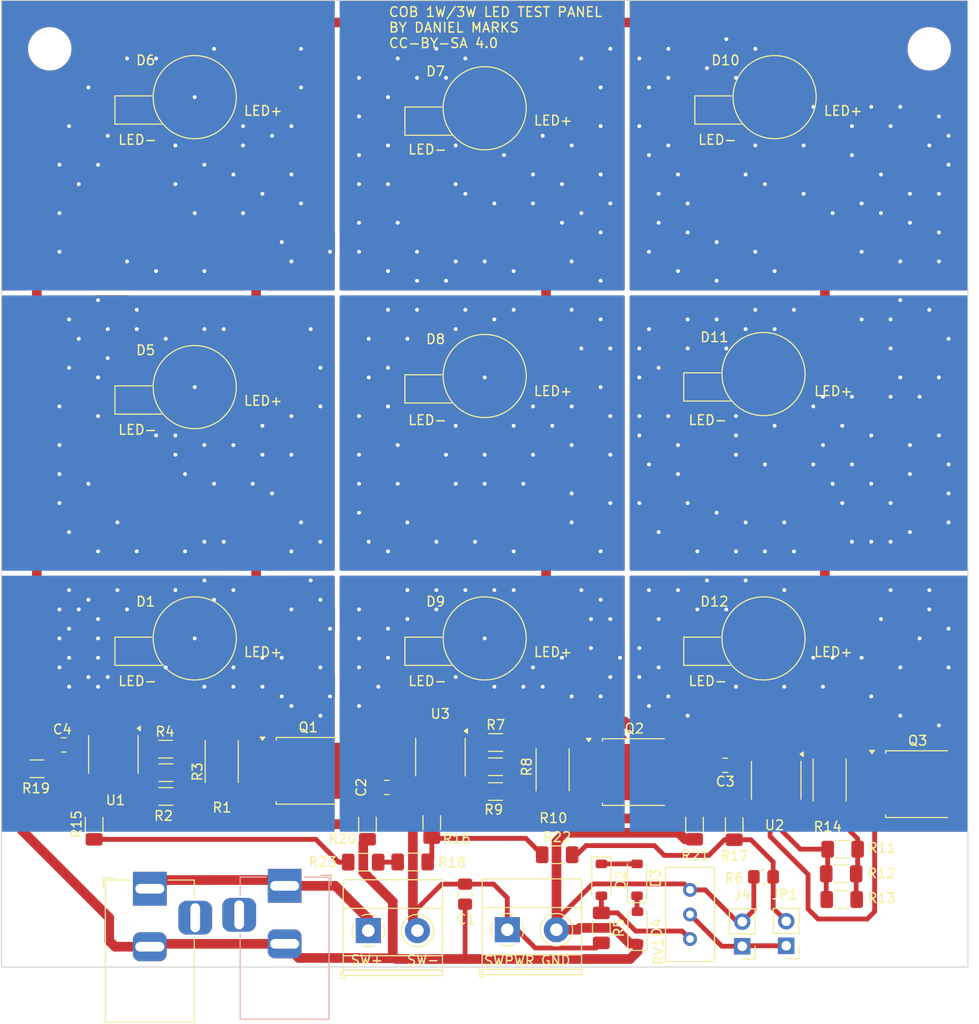
<source format=kicad_pcb>
(kicad_pcb (version 20221018) (generator pcbnew)
  (layers (0 "F.Cu" signal) (31 "B.Cu" signal) (34 "B.Paste" user) (35 "F.Paste" user) (36 "B.SilkS" user "B.Silkscreen") (37 "F.SilkS" user "F.Silkscreen") (38 "B.Mask" user) (39 "F.Mask" user) (44 "Edge.Cuts" user))
  (net 0 "")
  (net 1 "GND")
  (net 2 "Net-(D1-K)")
  (net 3 "Net-(D1-A)")
  (net 4 "Net-(D2-K)")
  (net 5 "Net-(D2-A)")
  (net 6 "Net-(D3-K)")
  (net 7 "Net-(D5-A)")
  (net 8 "Net-(D7-K)")
  (net 9 "Net-(D8-K)")
  (net 10 "Net-(D9-K)")
  (net 11 "Net-(D10-K)")
  (net 12 "Net-(D11-K)")
  (net 13 "+VDC")
  (net 16 "Net-(D12-K)")
  (net 17 "Net-(J4-Pin_1)")
  (net 18 "SETPOINT")
  (net 19 "Net-(Q1-B)")
  (net 20 "Net-(Q1-E)")
  (net 21 "Net-(Q2-B)")
  (net 22 "Net-(Q2-E)")
  (net 23 "Net-(Q3-B)")
  (net 24 "Net-(Q3-E)")
  (net 25 "Net-(R2-Pad1)")
  (net 26 "Net-(R7-Pad1)")
  (net 27 "Net-(R11-Pad1)")
  (net 28 "SWPWR")
  (net 29 "Net-(U3C-V-)")
  (net 30 "Net-(U2C-V-)")
  (net 31 "Net-(U1C-V-)")
  (net 32 "Net-(U1B-+)")
  (net 33 "Net-(U1A--)")
  (net 34 "Net-(U3B-+)")
  (net 35 "Net-(U2B-+)")
  (net 36 "Net-(U2A--)")
  (net 37 "Net-(U3A--)")
  (net 38 "Net-(R15-Pad1)")
  (net 39 "Net-(R16-Pad1)")
  (net 40 "Net-(R18-Pad1)")
  (net 41 "PLED1")
  (net 42 "PLED5")
  (net 43 "PLED6")
  (net 44 "PLED7")
  (net 45 "PLED8")
  (net 46 "PLED9")
  (net 47 "PLED10")
  (net 48 "PLED11")
  (net 49 "PLED12")
  (footprint "Connector_BarrelJack:BarrelJack_Horizontal" (layer "F.Cu") (at 40.35 116.9 90)
    (fp_text reference "J1" hide)
    (fp_text value "Barrel_Jack_Switch")
  )
  (footprint "Resistor_SMD:R_1206_3216Metric_Pad1.30x1.75mm_HandSolder" (layer "F.Cu") (at 76.12 106.84)
    (fp_text reference "R9")
    (fp_text value "1k")
  )
  (footprint "Resistor_SMD:R_1206_3216Metric_Pad1.30x1.75mm_HandSolder" (layer "F.Cu") (at 76.12 104.28)
    (fp_text reference "R8")
    (fp_text value "1k")
  )
  (footprint "Diode_SMD:D_SOD-123" (layer "F.Cu") (at 87.08 115.98 -90)
    (fp_text reference "D2")
    (fp_text value "1N4148W")
  )
  (footprint "Resistor_SMD:R_1206_3216Metric_Pad1.30x1.75mm_HandSolder" (layer "F.Cu") (at 87.07 120.95 -90)
    (fp_text reference "R5")
    (fp_text value "1k")
  )
  (footprint "Resistor_SMD:R_1206_3216Metric_Pad1.30x1.75mm_HandSolder" (layer "F.Cu") (at 42.02 104.89)
    (fp_text reference "R3")
    (fp_text value "1k")
  )
  (footprint "MountingHole:MountingHole_4mm" (layer "F.Cu") (at 30 120)
    (fp_text reference "H11" hide)
    (fp_text value "MountingHole")
  )
  (footprint "Resistor_SMD:R_1206_3216Metric_Pad1.30x1.75mm_HandSolder" (layer "F.Cu") (at 41.99 102.46)
    (fp_text reference "R4")
    (fp_text value "1k")
  )
  (footprint "Package_SO:SOIC-8_3.9x4.9mm_P1.27mm" (layer "F.Cu") (at 105.165 105.685 -90)
    (fp_text reference "U2")
    (fp_text value "LM358")
  )
  (footprint "Resistor_SMD:R_1206_3216Metric_Pad1.30x1.75mm_HandSolder" (layer "F.Cu") (at 67.55 114.13)
    (fp_text reference "R18")
    (fp_text value "0R")
  )
  (footprint "Potentiometer_THT:Potentiometer_Bourns_3296W_Vertical" (layer "F.Cu") (at 96.25 122.1 -90)
    (fp_text reference "RV1")
    (fp_text value "R_Potentiometer")
  )
  (footprint "Resistor_SMD:R_1206_3216Metric_Pad1.30x1.75mm_HandSolder" (layer "F.Cu") (at 111.89 115.35)
    (fp_text reference "R12")
    (fp_text value "1k")
  )
  (footprint "TerminalBlock_Phoenix:TerminalBlock_Phoenix_MKDS-1,5-2-5.08_1x02_P5.08mm_Horizontal" (layer "F.Cu") (at 77.34 121.14)
    (fp_text reference "J3" hide)
    (fp_text value "Conn_01x02")
  )
  (footprint "Resistor_SMD:R_1206_3216Metric_Pad1.30x1.75mm_HandSolder" (layer "F.Cu") (at 96.71 110.23 90)
    (fp_text reference "R21")
    (fp_text value "0R")
  )
  (footprint "Resistor_SMD:R_1206_3216Metric_Pad1.30x1.75mm_HandSolder" (layer "F.Cu") (at 82.5 113.38)
    (fp_text reference "R22")
    (fp_text value "0R")
  )
  (footprint "Connector_PinHeader_2.54mm:PinHeader_1x02_P2.54mm_Vertical" (layer "F.Cu") (at 106.2 122.8 180)
    (fp_text reference "JP1")
    (fp_text value "TEST")
  )
  (footprint "Package_SO:SOIC-8_3.9x4.9mm_P1.27mm" (layer "F.Cu") (at 36.58 103.01 -90)
    (fp_text reference "U1")
    (fp_text value "LM358")
  )
  (footprint "Capacitor_SMD:C_0805_2012Metric_Pad1.18x1.45mm_HandSolder" (layer "F.Cu") (at 31.4525 102.02 180)
    (fp_text reference "C4")
    (fp_text value "1 uF")
  )
  (footprint "Capacitor_SMD:C_0805_2012Metric_Pad1.18x1.45mm_HandSolder" (layer "F.Cu") (at 72.97 117.46 -90)
    (fp_text reference "C1")
    (fp_text value "1 uF")
  )
  (footprint "LED_SMD:LED_1W_3W_R8" (layer "F.Cu") (at 45 65)
    (fp_text reference "D5")
    (fp_text value "LED")
  )
  (footprint "Resistor_SMD:R_1206_3216Metric_Pad1.30x1.75mm_HandSolder" (layer "F.Cu") (at 76.14 101.77)
    (fp_text reference "R7")
    (fp_text value "1k")
  )
  (footprint "Resistor_SMD:R_0805_2012Metric_Pad1.20x1.40mm_HandSolder" (layer "F.Cu") (at 103.85 115.67)
    (fp_text reference "R6")
    (fp_text value "1M")
  )
  (footprint "Package_TO_SOT_SMD:TO-252-3_TabPin2" (layer "F.Cu") (at 56.74 104.7)
    (fp_text reference "Q1")
    (fp_text value "MJE31D")
  )
  (footprint "LED_SMD:LED_1W_3W_R8" (layer "F.Cu") (at 45 35)
    (fp_text reference "D6")
    (fp_text value "LED")
  )
  (footprint "Resistor_SMD:R_1206_3216Metric_Pad1.30x1.75mm_HandSolder" (layer "F.Cu") (at 100.82 110.28 90)
    (fp_text reference "R17")
    (fp_text value "1k")
  )
  (footprint "Resistor_SMD:R_1206_3216Metric_Pad1.30x1.75mm_HandSolder" (layer "F.Cu") (at 34.59 110.24 90)
    (fp_text reference "R15")
    (fp_text value "1k")
  )
  (footprint "LED_SMD:LED_1W_3W_R8" (layer "F.Cu") (at 45 91)
    (fp_text reference "D1")
    (fp_text value "LED")
  )
  (footprint "Package_TO_SOT_SMD:TO-252-3_TabPin2" (layer "F.Cu") (at 90.49 104.83)
    (fp_text reference "Q2")
    (fp_text value "MJE31D")
  )
  (footprint "Resistor_SMD:R_1206_3216Metric_Pad1.30x1.75mm_HandSolder" (layer "F.Cu") (at 62.43 114.15)
    (fp_text reference "R23")
    (fp_text value "0R")
  )
  (footprint "LED_SMD:LED_1W_3W_R8" (layer "F.Cu") (at 103.85 91)
    (fp_text reference "D12")
    (fp_text value "LED")
  )
  (footprint "LED_SMD:LED_1W_3W_R8" (layer "F.Cu") (at 103.85 63.65)
    (fp_text reference "D11")
    (fp_text value "LED")
  )
  (footprint "Resistor_SMD:R_1206_3216Metric_Pad1.30x1.75mm_HandSolder" (layer "F.Cu") (at 62.87 110.23 90)
    (fp_text reference "R20")
    (fp_text value "0R")
  )
  (footprint "LED_SMD:LED_1W_3W_R8" (layer "F.Cu") (at 105 35)
    (fp_text reference "D10")
    (fp_text value "LED")
  )
  (footprint "Connector_PinHeader_2.54mm:PinHeader_1x02_P2.54mm_Vertical" (layer "F.Cu") (at 101.65 122.85 180)
    (fp_text reference "J4")
    (fp_text value "TESTPOINTS")
  )
  (footprint "Package_SO:SOIC-8_3.9x4.9mm_P1.27mm" (layer "F.Cu") (at 70.42 103.28 -90)
    (fp_text reference "U3")
    (fp_text value "LM358")
  )
  (footprint "LED_SMD:LED_1W_3W_R8" (layer "F.Cu") (at 75 36.15)
    (fp_text reference "D7")
    (fp_text value "LED")
  )
  (footprint "Diode_SMD:D_SOD-123" (layer "F.Cu") (at 90.76 115.98 90)
    (fp_text reference "D3")
    (fp_text value "1N4148W")
  )
  (footprint "Diode_SMD:D_SOD-123" (layer "F.Cu") (at 90.81 120.92 90)
    (fp_text reference "D4")
    (fp_text value "1N4148W")
  )
  (footprint "LED_SMD:LED_1W_3W_R8" (layer "F.Cu") (at 75 63.85)
    (fp_text reference "D8")
    (fp_text value "LED")
  )
  (footprint "Resistor_SMD:R_1206_3216Metric_Pad1.30x1.75mm_HandSolder" (layer "F.Cu") (at 111.94 118.02)
    (fp_text reference "R13")
    (fp_text value "1k")
  )
  (footprint "Resistor_SMD:R_1206_3216Metric_Pad1.30x1.75mm_HandSolder" (layer "F.Cu") (at 69.53 110.06 90)
    (fp_text reference "R16")
    (fp_text value "1k")
  )
  (footprint "MountingHole:MountingHole_4mm" (layer "F.Cu") (at 30 30)
    (fp_text reference "H4" hide)
    (fp_text value "MountingHole")
  )
  (footprint "Resistor_SMD:R_1206_3216Metric_Pad1.30x1.75mm_HandSolder" (layer "F.Cu") (at 42.02 107.35)
    (fp_text reference "R2")
    (fp_text value "1k")
  )
  (footprint "Resistor_SMD:R_2512_6332Metric_Pad1.40x3.35mm_HandSolder" (layer "F.Cu") (at 82.03 104.6 90)
    (fp_text reference "R10")
    (fp_text value "1R")
  )
  (footprint "LED_SMD:LED_1W_3W_R8" (layer "F.Cu") (at 75 91)
    (fp_text reference "D9")
    (fp_text value "LED")
  )
  (footprint "Resistor_SMD:R_1206_3216Metric_Pad1.30x1.75mm_HandSolder" (layer "F.Cu") (at 28.68 104.49)
    (fp_text reference "R19")
    (fp_text value "0R")
  )
  (footprint "TerminalBlock_Phoenix:TerminalBlock_Phoenix_MKDS-1,5-2-5.08_1x02_P5.08mm_Horizontal" (layer "F.Cu") (at 62.96 121.23)
    (fp_text reference "SW1" hide)
    (fp_text value "SW_SPST")
  )
  (footprint "Resistor_SMD:R_2512_6332Metric_Pad1.40x3.35mm_HandSolder" (layer "F.Cu") (at 47.79 103.73 90)
    (fp_text reference "R1")
    (fp_text value "1R")
  )
  (footprint "Capacitor_SMD:C_0805_2012Metric_Pad1.18x1.45mm_HandSolder" (layer "F.Cu") (at 99.8975 104.13 180)
    (fp_text reference "C3")
    (fp_text value "1 uF")
  )
  (footprint "MountingHole:MountingHole_4mm" (layer "F.Cu") (at 120 120)
    (fp_text reference "H5" hide)
    (fp_text value "MountingHole")
  )
  (footprint "Resistor_SMD:R_1206_3216Metric_Pad1.30x1.75mm_HandSolder" (layer "F.Cu") (at 112.04 112.81)
    (fp_text reference "R11")
    (fp_text value "1k")
  )
  (footprint "Capacitor_SMD:C_0805_2012Metric_Pad1.18x1.45mm_HandSolder" (layer "F.Cu") (at 64.87 106.42 180)
    (fp_text reference "C2")
    (fp_text value "1 uF")
  )
  (footprint "MountingHole:MountingHole_4mm" (layer "F.Cu") (at 121 30)
    (fp_text reference "H6" hide)
    (fp_text value "MountingHole")
  )
  (footprint "Resistor_SMD:R_2512_6332Metric_Pad1.40x3.35mm_HandSolder" (layer "F.Cu") (at 110.69 105.65 90)
    (fp_text reference "R14")
    (fp_text value "1R")
  )
  (footprint "Package_TO_SOT_SMD:TO-252-3_TabPin2" (layer "F.Cu") (at 119.8 106.08)
    (fp_text reference "Q3")
    (fp_text value "MJE31D")
  )
  (footprint "Connector_BarrelJack:BarrelJack_Horizontal" (layer "B.Cu") (at 54.3 116.6 90)
    (fp_text reference "J2" hide)
    (fp_text value "Barrel_Jack_Switch")
  )
  (gr_line (start 125 25) (end 125 125) (stroke (width 0.1)) (layer "Edge.Cuts"))
  (gr_line (start 125 125) (end 25 125) (stroke (width 0.1)) (layer "Edge.Cuts"))
  (gr_line (start 25 125) (end 25 25) (stroke (width 0.1)) (layer "Edge.Cuts"))
  (gr_line (start 25 25) (end 125 25) (stroke (width 0.1)) (layer "Edge.Cuts"))
  (gr_text "LED+" (at 50 67) (layer "F.SilkS") (effects (font (size 1 1)) (justify left bottom)))
  (gr_text "LED-" (at 96 96) (layer "F.SilkS") (effects (font (size 1 1)) (justify left bottom)))
  (gr_text "LED-" (at 67 96) (layer "F.SilkS") (effects (font (size 1 1)) (justify left bottom)))
  (gr_text "SW-" (at 68.63 124.27) (layer "F.SilkS") (effects (font (size 1 1))))
  (gr_text "LED+" (at 109 93) (layer "F.SilkS") (effects (font (size 1 1)) (justify left bottom)))
  (gr_text "LED+" (at 80 93) (layer "F.SilkS") (effects (font (size 1 1)) (justify left bottom)))
  (gr_text "LED+" (at 80 66) (layer "F.SilkS") (effects (font (size 1 1)) (justify left bottom)))
  (gr_text "LED+" (at 50 37) (layer "F.SilkS") (effects (font (size 1 1)) (justify left bottom)))
  (gr_text "COB 1W/3W LED TEST PANEL\nBY DANIEL MARKS\nCC-BY-SA 4.0\n" (at 65 30) (layer "F.SilkS") (effects (font (size 1 1)) (justify left bottom)))
  (gr_text "GND" (at 82.35 124.33) (layer "F.SilkS") (effects (font (size 1 1))))
  (gr_text "LED-" (at 96 69) (layer "F.SilkS") (effects (font (size 1 1)) (justify left bottom)))
  (gr_text "SWPWR" (at 77.55 124.37) (layer "F.SilkS") (effects (font (size 1 1))))
  (gr_text "LED+" (at 50 93) (layer "F.SilkS") (effects (font (size 1 1)) (justify left bottom)))
  (gr_text "LED-" (at 97 40) (layer "F.SilkS") (effects (font (size 1 1)) (justify left bottom)))
  (gr_text "SW+" (at 62.81 124.29) (layer "F.SilkS") (effects (font (size 1 1))))
  (gr_text "LED-" (at 37 70) (layer "F.SilkS") (effects (font (size 1 1)) (justify left bottom)))
  (gr_text "LED-" (at 67 41) (layer "F.SilkS") (effects (font (size 1 1)) (justify left bottom)))
  (gr_text "LED-" (at 67 69) (layer "F.SilkS") (effects (font (size 1 1)) (justify left bottom)))
  (gr_text "LED-" (at 37 96) (layer "F.SilkS") (effects (font (size 1 1)) (justify left bottom)))
  (gr_text "LED+" (at 110 37) (layer "F.SilkS") (effects (font (size 1 1)) (justify left bottom)))
  (gr_text "LED+" (at 109 66) (layer "F.SilkS") (effects (font (size 1 1)) (justify left bottom)))
  (gr_text "LED-" (at 37 40) (layer "F.SilkS") (effects (font (size 1 1)) (justify left bottom)))
  (gr_text "LED+" (at 80 38) (layer "F.SilkS") (effects (font (size 1 1)) (justify left bottom)))
  (segment (start 62.44 112.21) (end 62.44 115.18) (width 1) (layer "F.Cu") (net 1))
  (segment (start 82.43 112.03) (end 82.43 121.13) (width 1) (layer "F.Cu") (net 1))
  (segment (start 102.85 115.67) (end 102.85 119.11) (width 0.5) (layer "F.Cu") (net 1))
  (segment (start 102.85 119.11) (end 101.65 120.31) (width 0.5) (layer "F.Cu") (net 1))
  (segment (start 84.86 120.95) (end 84.67 121.14) (width 1) (layer "F.Cu") (net 1))
  (segment (start 96.25 117.02) (end 97.82 117.02) (width 0.5) (layer "F.Cu") (net 1))
  (segment (start 65.62 123.95) (end 65.84 124.17) (width 1) (layer "F.Cu") (net 1))
  (segment (start 65.49 123.82) (end 65.62 123.95) (width 1) (layer "F.Cu") (net 1))
  (segment (start 90.02 122.57) (end 88.4 120.95) (width 1) (layer "F.Cu") (net 1))
  (segment (start 54.3 122.6) (end 40.65 122.6) (width 1) (layer "F.Cu") (net 1))
  (segment (start 83.35 111.11) (end 82.43 112.03) (width 1) (layer "F.Cu") (net 1))
  (segment (start 86.18 116.4) (end 82.42 120.16) (width 0.5) (layer "F.Cu") (net 1))
  (segment (start 65.62 123.95) (end 65.48 124.09) (width 1) (layer "F.Cu") (net 1))
  (segment (start 61.91 124.09) (end 61.88 124.06) (width 1) (layer "F.Cu") (net 1))
  (segment (start 101.11 120.31) (end 101.65 120.31) (width 0.5) (layer "F.Cu") (net 1))
  (segment (start 65.84 124.17) (end 72.96 124.17) (width 1) (layer "F.Cu") (net 1))
  (segment (start 97.82 117.02) (end 101.11 120.31) (width 0.5) (layer "F.Cu") (net 1))
  (segment (start 55.76 124.06) (end 54.3 122.6) (width 1) (layer "F.Cu") (net 1))
  (segment (start 84.67 121.14) (end 82.42 121.14) (width 1) (layer "F.Cu") (net 1))
  (segment (start 40.65 122.6) (end 40.35 122.9) (width 1) (layer "F.Cu") (net 1))
  (segment (start 65.49 118.23) (end 65.49 123.82) (width 1) (layer "F.Cu") (net 1))
  (segment (start 72.96 124.17) (end 90.04 124.17) (width 1) (layer "F.Cu") (net 1))
  (segment (start 88.4 120.95) (end 84.86 120.95) (width 1) (layer "F.Cu") (net 1))
  (segment (start 36.15 122.29) (end 36.76 122.9) (width 1) (layer "F.Cu") (net 1))
  (segment (start 62.44 115.18) (end 65.49 118.23) (width 1) (layer "F.Cu") (net 1))
  (segment (start 55.76 124.06) (end 61.88 124.06) (width 1) (layer "F.Cu") (net 1))
  (segment (start 82.42 120.16) (end 82.42 121.14) (width 0.5) (layer "F.Cu") (net 1))
  (segment (start 27.13 110.88) (end 36.15 119.9) (width 1) (layer "F.Cu") (net 1))
  (segment (start 90.81 122.57) (end 90.02 122.57) (width 1) (layer "F.Cu") (net 1))
  (segment (start 72.97 118.4975) (end 72.97 124.16) (width 0.5) (layer "F.Cu") (net 1))
  (segment (start 96.71 111.78) (end 95.737514 111.78) (width 1) (layer "F.Cu") (net 1))
  (segment (start 90.81 123.4) (end 90.81 122.57) (width 1) (layer "F.Cu") (net 1))
  (segment (start 27.13 104.49) (end 27.13 110.88) (width 1) (layer "F.Cu") (net 1))
  (segment (start 82.43 121.13) (end 82.42 121.14) (width 1) (layer "F.Cu") (net 1))
  (segment (start 62.87 111.78) (end 62.44 112.21) (width 1) (layer "F.Cu") (net 1))
  (segment (start 95.737514 111.78) (end 95.067514 111.11) (width 1) (layer "F.Cu") (net 1))
  (segment (start 36.76 122.9) (end 40.35 122.9) (width 1) (layer "F.Cu") (net 1))
  (segment (start 95.63 116.4) (end 86.18 116.4) (width 0.5) (layer "F.Cu") (net 1))
  (segment (start 90.04 124.17) (end 90.81 123.4) (width 1) (layer "F.Cu") (net 1))
  (segment (start 72.97 124.16) (end 72.96 124.17) (width 0.5) (layer "F.Cu") (net 1))
  (segment (start 36.15 119.9) (end 36.15 122.29) (width 1) (layer "F.Cu") (net 1))
  (segment (start 95.067514 111.11) (end 83.35 111.11) (width 1) (layer "F.Cu") (net 1))
  (segment (start 96.25 117.02) (end 95.63 116.4) (width 0.5) (layer "F.Cu") (net 1))
  (segment (start 65.48 124.09) (end 61.91 124.09) (width 1) (layer "F.Cu") (net 1))
  (segment (start 54.8 104.7) (end 56.325 103.175) (width 1) (layer "F.Cu") (net 2))
  (segment (start 39.72 96.69) (end 38.61 95.58) (width 1) (layer "F.Cu") (net 2))
  (segment (start 38.61 92.39) (end 38.65 92.35) (width 1) (layer "F.Cu") (net 2))
  (segment (start 43.82 98.65) (end 41.86 96.69) (width 1) (layer "F.Cu") (net 2))
  (segment (start 41.86 96.69) (end 39.72 96.69) (width 1) (layer "F.Cu") (net 2))
  (segment (start 51.7 104.7) (end 54.8 104.7) (width 1) (layer "F.Cu") (net 2))
  (segment (start 56.325 103.175) (end 51.8 98.65) (width 1) (layer "F.Cu") (net 2))
  (segment (start 51.8 98.65) (end 43.82 98.65) (width 1) (layer "F.Cu") (net 2))
  (segment (start 38.61 95.58) (end 38.61 92.39) (width 1) (layer "F.Cu") (net 2))
  (segment (start 51.35 89.65) (end 51.35 80.28) (width 1) (layer "F.Cu") (net 3))
  (segment (start 38.65 74.68) (end 38.65 66.35) (width 1) (layer "F.Cu") (net 3))
  (segment (start 51.35 80.28) (end 49.2 78.13) (width 1) (layer "F.Cu") (net 3))
  (segment (start 39.54 75.5) (end 39.47 75.5) (width 1) (layer "F.Cu") (net 3))
  (segment (start 49.2 78.13) (end 42.17 78.13) (width 1) (layer "F.Cu") (net 3))
  (segment (start 42.17 78.13) (end 39.54 75.5) (width 1) (layer "F.Cu") (net 3))
  (segment (start 39.47 75.5) (end 38.65 74.68) (width 1) (layer "F.Cu") (net 3))
  (segment (start 90.76 114.33) (end 87.08 114.33) (width 0.5) (layer "F.Cu") (net 4))
  (segment (start 88.75 119.4) (end 87.07 119.4) (width 0.5) (layer "F.Cu") (net 5))
  (segment (start 90.63 121.28) (end 88.75 119.4) (width 0.5) (layer "F.Cu") (net 5))
  (segment (start 87.07 119.4) (end 87.07 117.64) (width 0.5) (layer "F.Cu") (net 5))
  (segment (start 95.43 121.28) (end 90.63 121.28) (width 0.5) (layer "F.Cu") (net 5))
  (segment (start 87.07 117.64) (end 87.08 117.63) (width 0.5) (layer "F.Cu") (net 5))
  (segment (start 96.25 122.1) (end 95.43 121.28) (width 0.5) (layer "F.Cu") (net 5))
  (segment (start 90.76 119.22) (end 90.81 119.27) (width 0.5) (layer "F.Cu") (net 6))
  (segment (start 90.76 117.63) (end 90.76 119.22) (width 0.5) (layer "F.Cu") (net 6))
  (segment (start 38.65 48.42) (end 38.65 36.35) (width 1) (layer "F.Cu") (net 7))
  (segment (start 51.35 52.03) (end 49.5 50.18) (width 1) (layer "F.Cu") (net 7))
  (segment (start 40.41 50.18) (end 38.65 48.42) (width 1) (layer "F.Cu") (net 7))
  (segment (start 49.5 50.18) (end 40.41 50.18) (width 1) (layer "F.Cu") (net 7))
  (segment (start 51.35 63.65) (end 51.35 52.03) (width 1) (layer "F.Cu") (net 7))
  (segment (start 68.65 46.82) (end 68.65 37.5) (width 1) (layer "F.Cu") (net 8))
  (segment (start 81.35 62.5) (end 81.35 51.15) (width 1) (layer "F.Cu") (net 8))
  (segment (start 78.69 48.49) (end 70.32 48.49) (width 1) (layer "F.Cu") (net 8))
  (segment (start 81.35 51.15) (end 78.69 48.49) (width 1) (layer "F.Cu") (net 8))
  (segment (start 70.32 48.49) (end 68.65 46.82) (width 1) (layer "F.Cu") (net 8))
  (segment (start 71.72 78.18) (end 69.06 75.52) (width 1) (layer "F.Cu") (net 9))
  (segment (start 68.65 75.5) (end 68.65 65.2) (width 1) (layer "F.Cu") (net 9))
  (segment (start 79.2 78.18) (end 71.72 78.18) (width 1) (layer "F.Cu") (net 9))
  (segment (start 81.35 80.33) (end 79.2 78.18) (width 1) (layer "F.Cu") (net 9))
  (segment (start 69.06 75.52) (end 68.67 75.52) (width 1) (layer "F.Cu") (net 9))
  (segment (start 68.67 75.52) (end 68.65 75.5) (width 1) (layer "F.Cu") (net 9))
  (segment (start 81.35 89.65) (end 81.35 80.33) (width 1) (layer "F.Cu") (net 9))
  (segment (start 73.08 96.79) (end 70.42 96.79) (width 1) (layer "F.Cu") (net 10))
  (segment (start 89.51 99.61) (end 80.12 99.61) (width 1) (layer "F.Cu") (net 10))
  (segment (start 70.42 96.79) (end 68.65 95.02) (width 1) (layer "F.Cu") (net 10))
  (segment (start 91.75 101.85) (end 89.51 99.61) (width 1) (layer "F.Cu") (net 10))
  (segment (start 78.71 98.2) (end 74.49 98.2) (width 1) (layer "F.Cu") (net 10))
  (segment (start 74.49 98.2) (end 73.08 96.79) (width 1) (layer "F.Cu") (net 10))
  (segment (start 68.65 95.02) (end 68.65 92.35) (width 1) (layer "F.Cu") (net 10))
  (segment (start 91.75 104.83) (end 91.75 101.85) (width 1) (layer "F.Cu") (net 10))
  (segment (start 85.45 104.83) (end 91.75 104.83) (width 1) (layer "F.Cu") (net 10))
  (segment (start 80.12 99.61) (end 78.71 98.2) (width 1) (layer "F.Cu") (net 10))
  (segment (start 98.65 45.28) (end 98.65 36.35) (width 1) (layer "F.Cu") (net 11))
  (segment (start 110.2 49.93) (end 108 47.73) (width 1) (layer "F.Cu") (net 11))
  (segment (start 108 47.73) (end 100.26 47.73) (width 1) (layer "F.Cu") (net 11))
  (segment (start 98.61 45.32) (end 98.65 45.28) (width 1) (layer "F.Cu") (net 11))
  (segment (start 98.61 46.08) (end 98.61 45.32) (width 1) (layer "F.Cu") (net 11))
  (segment (start 110.2 62.3) (end 110.2 49.93) (width 1) (layer "F.Cu") (net 11))
  (segment (start 100.26 47.73) (end 98.61 46.08) (width 1) (layer "F.Cu") (net 11))
  (segment (start 99.63 75.52) (end 97.5 73.39) (width 1) (layer "F.Cu") (net 12))
  (segment (start 110.2 89.65) (end 110.2 78.99) (width 1) (layer "F.Cu") (net 12))
  (segment (start 106.73 75.52) (end 99.63 75.52) (width 1) (layer "F.Cu") (net 12))
  (segment (start 97.5 73.39) (end 97.5 65) (width 1) (layer "F.Cu") (net 12))
  (segment (start 110.2 78.99) (end 106.73 75.52) (width 1) (layer "F.Cu") (net 12))
  (segment (start 42 116) (end 53.7 116) (width 1) (layer "F.Cu") (net 13))
  (segment (start 53.7 116) (end 54.3 116.6) (width 1) (layer "F.Cu") (net 13))
  (segment (start 59.55 116.6) (end 62.96 120.01) (width 1) (layer "F.Cu") (net 13))
  (segment (start 62.96 120.01) (end 62.96 121.23) (width 1) (layer "F.Cu") (net 13))
  (segment (start 41.1 116.9) (end 42 116) (width 1) (layer "F.Cu") (net 13))
  (segment (start 54.3 116.6) (end 59.55 116.6) (width 1) (layer "F.Cu") (net 13))
  (segment (start 40.35 116.9) (end 41.1 116.9) (width 1) (layer "F.Cu") (net 13))
  (segment (start 100 99) (end 97.5 96.5) (width 1) (layer "F.Cu") (net 16))
  (segment (start 114.76 106.08) (end 117.86 106.08) (width 1) (layer "F.Cu") (net 16))
  (segment (start 119.385 104.385) (end 114 99) (width 1) (layer "F.Cu") (net 16))
  (segment (start 97.5 96.5) (end 97.5 92.35) (width 1) (layer "F.Cu") (net 16))
  (segment (start 117.86 106.08) (end 119.385 104.555) (width 1) (layer "F.Cu") (net 16))
  (segment (start 114 99) (end 100 99) (width 1) (layer "F.Cu") (net 16))
  (segment (start 119.385 104.555) (end 119.385 104.385) (width 1) (layer "F.Cu") (net 16))
  (segment (start 96.25 119.56) (end 99.54 122.85) (width 0.5) (layer "F.Cu") (net 17))
  (segment (start 106.2 122.8) (end 101.7 122.8) (width 0.5) (layer "F.Cu") (net 17))
  (segment (start 101.7 122.8) (end 101.65 122.85) (width 0.5) (layer "F.Cu") (net 17))
  (segment (start 99.54 122.85) (end 101.65 122.85) (width 0.5) (layer "F.Cu") (net 17))
  (segment (start 93.58 113.45) (end 92.57 112.44) (width 0.5) (layer "F.Cu") (net 18))
  (segment (start 104.85 114.13) (end 102.55 111.83) (width 0.5) (layer "F.Cu") (net 18))
  (segment (start 100.82 111.83) (end 99.81 111.83) (width 0.5) (layer "F.Cu") (net 18))
  (segment (start 102.55 111.83) (end 100.82 111.83) (width 0.5) (layer "F.Cu") (net 18))
  (segment (start 104.85 115.67) (end 104.85 114.13) (width 0.5) (layer "F.Cu") (net 18))
  (segment (start 98.19 113.45) (end 93.58 113.45) (width 0.5) (layer "F.Cu") (net 18))
  (segment (start 84.67 113.26) (end 83.92 113.26) (width 0.5) (layer "F.Cu") (net 18))
  (segment (start 85.49 112.44) (end 84.67 113.26) (width 0.5) (layer "F.Cu") (net 18))
  (segment (start 99.81 111.83) (end 98.19 113.45) (width 0.5) (layer "F.Cu") (net 18))
  (segment (start 104.85 115.67) (end 104.85 118.91) (width 0.5) (layer "F.Cu") (net 18))
  (segment (start 92.57 112.44) (end 85.49 112.44) (width 0.5) (layer "F.Cu") (net 18))
  (segment (start 104.85 118.91) (end 106.2 120.26) (width 0.5) (layer "F.Cu") (net 18))
  (segment (start 51.7 102.42) (end 51.69 102.43) (width 0.5) (layer "F.Cu") (net 19))
  (segment (start 51.69 102.43) (end 43.57 102.43) (width 0.5) (layer "F.Cu") (net 19))
  (segment (start 43.57 102.43) (end 43.54 102.46) (width 0.5) (layer "F.Cu") (net 19))
  (segment (start 43.54 102.46) (end 43.57 102.49) (width 0.5) (layer "F.Cu") (net 19))
  (segment (start 43.57 102.49) (end 43.57 104.89) (width 0.5) (layer "F.Cu") (net 19))
  (segment (start 43.57 104.89) (end 43.57 107.35) (width 0.5) (layer "F.Cu") (net 19))
  (segment (start 37.43 108.87) (end 35.945 107.385) (width 0.5) (layer "F.Cu") (net 20))
  (segment (start 49.81 108.87) (end 51.7 106.98) (width 0.5) (layer "F.Cu") (net 20))
  (segment (start 35.945 107.385) (end 35.945 105.485) (width 0.5) (layer "F.Cu") (net 20))
  (segment (start 51.5 106.78) (end 47.79 106.78) (width 1) (layer "F.Cu") (net 20))
  (segment (start 51.7 106.98) (end 51.5 106.78) (width 1) (layer "F.Cu") (net 20))
  (segment (start 37.43 108.87) (end 49.81 108.87) (width 0.5) (layer "F.Cu") (net 20))
  (segment (start 77.8 104.27) (end 77.79 104.28) (width 0.5) (layer "F.Cu") (net 21))
  (segment (start 77.69 101.77) (end 77.8 101.88) (width 0.5) (layer "F.Cu") (net 21))
  (segment (start 85.45 102.55) (end 84.29 102.55) (width 0.5) (layer "F.Cu") (net 21))
  (segment (start 83.2 103.64) (end 78.43 103.64) (width 0.5) (layer "F.Cu") (net 21))
  (segment (start 77.8 104.41) (end 77.8 106.71) (width 0.5) (layer "F.Cu") (net 21))
  (segment (start 78.43 103.64) (end 77.8 104.27) (width 0.5) (layer "F.Cu") (net 21))
  (segment (start 77.8 106.71) (end 77.67 106.84) (width 0.5) (layer "F.Cu") (net 21))
  (segment (start 77.8 101.88) (end 77.8 104.27) (width 0.5) (layer "F.Cu") (net 21))
  (segment (start 84.29 102.55) (end 83.2 103.64) (width 0.5) (layer "F.Cu") (net 21))
  (segment (start 77.79 104.28) (end 77.67 104.28) (width 0.5) (layer "F.Cu") (net 21))
  (segment (start 77.67 104.28) (end 77.8 104.41) (width 0.5) (layer "F.Cu") (net 21))
  (segment (start 84.91 107.65) (end 85.45 107.11) (width 1) (layer "F.Cu") (net 22))
  (segment (start 69.785 105.755) (end 69.785 106.555) (width 0.5) (layer "F.Cu") (net 22))
  (segment (start 71.95 108.72) (end 80.96 108.72) (width 0.5) (layer "F.Cu") (net 22))
  (segment (start 80.96 108.72) (end 82.03 107.65) (width 0.5) (layer "F.Cu") (net 22))
  (segment (start 69.785 106.555) (end 71.95 108.72) (width 0.5) (layer "F.Cu") (net 22))
  (segment (start 82.03 107.65) (end 84.91 107.65) (width 1) (layer "F.Cu") (net 22))
  (segment (start 108.33 106.27) (end 108.33 109.82) (width 0.5) (layer "F.Cu") (net 23))
  (segment (start 111.51 105.32) (end 109.28 105.32) (width 0.5) (layer "F.Cu") (net 23))
  (segment (start 114.76 103.8) (end 113.03 103.8) (width 0.5) (layer "F.Cu") (net 23))
  (segment (start 113.44 117.97) (end 113.49 118.02) (width 0.5) (layer "F.Cu") (net 23))
  (segment (start 113.59 112.81) (end 113.59 115.2) (width 0.5) (layer "F.Cu") (net 23))
  (segment (start 109.28 105.32) (end 108.33 106.27) (width 0.5) (layer "F.Cu") (net 23))
  (segment (start 113.44 115.35) (end 113.44 117.97) (width 0.5) (layer "F.Cu") (net 23))
  (segment (start 113.59 111.72) (end 113.59 112.81) (width 0.5) (layer "F.Cu") (net 23))
  (segment (start 109.17 110.66) (end 112.53 110.66) (width 0.5) (layer "F.Cu") (net 23))
  (segment (start 112.53 110.66) (end 113.59 111.72) (width 0.5) (layer "F.Cu") (net 23))
  (segment (start 113.59 115.2) (end 113.44 115.35) (width 0.5) (layer "F.Cu") (net 23))
  (segment (start 108.33 109.82) (end 109.17 110.66) (width 0.5) (layer "F.Cu") (net 23))
  (segment (start 113.03 103.8) (end 111.51 105.32) (width 0.5) (layer "F.Cu") (net 23))
  (segment (start 104.53 111.48) (end 108.46 115.41) (width 0.5) (layer "F.Cu") (net 24))
  (segment (start 115.35 109.81) (end 115.42 109.74) (width 0.5) (layer "F.Cu") (net 24))
  (segment (start 114.76 108.36) (end 114.74 108.34) (width 1) (layer "F.Cu") (net 24))
  (segment (start 111.05 108.34) (end 110.69 108.7) (width 1) (layer "F.Cu") (net 24))
  (segment (start 115.42 109.02) (end 114.76 108.36) (width 0.5) (layer "F.Cu") (net 24))
  (segment (start 114.58 120.03) (end 115.35 119.26) (width 0.5) (layer "F.Cu") (net 24))
  (segment (start 108.46 115.41) (end 108.46 119) (width 0.5) (layer "F.Cu") (net 24))
  (segment (start 108.46 119) (end 109.49 120.03) (width 0.5) (layer "F.Cu") (net 24))
  (segment (start 109.49 120.03) (end 114.58 120.03) (width 0.5) (layer "F.Cu") (net 24))
  (segment (start 114.74 108.34) (end 111.05 108.34) (width 1) (layer "F.Cu") (net 24))
  (segment (start 115.35 119.26) (end 115.35 109.81) (width 0.5) (layer "F.Cu") (net 24))
  (segment (start 115.42 109.74) (end 115.42 109.02) (width 0.5) (layer "F.Cu") (net 24))
  (segment (start 104.53 108.16) (end 104.53 111.48) (width 0.5) (layer "F.Cu") (net 24))
  (segment (start 37.215 106.915) (end 38.14 107.84) (width 0.5) (layer "F.Cu") (net 25))
  (segment (start 38.14 107.84) (end 39.98 107.84) (width 0.5) (layer "F.Cu") (net 25))
  (segment (start 40.47 104.89) (end 40.47 102.49) (width 0.5) (layer "F.Cu") (net 25))
  (segment (start 40.47 102.49) (end 40.44 102.46) (width 0.5) (layer "F.Cu") (net 25))
  (segment (start 37.215 105.485) (end 37.215 106.915) (width 0.5) (layer "F.Cu") (net 25))
  (segment (start 39.98 107.84) (end 40.47 107.35) (width 0.5) (layer "F.Cu") (net 25))
  (segment (start 40.47 107.35) (end 40.47 104.89) (width 0.5) (layer "F.Cu") (net 25))
  (segment (start 71.66 107.23) (end 74.18 107.23) (width 0.5) (layer "F.Cu") (net 26))
  (segment (start 74.59 101.77) (end 74.7 101.88) (width 0.5) (layer "F.Cu") (net 26))
  (segment (start 74.7 106.71) (end 74.57 106.84) (width 0.5) (layer "F.Cu") (net 26))
  (segment (start 74.18 107.23) (end 74.57 106.84) (width 0.5) (layer "F.Cu") (net 26))
  (segment (start 74.7 104.41) (end 74.7 106.71) (width 0.5) (layer "F.Cu") (net 26))
  (segment (start 74.7 101.88) (end 74.7 104.15) (width 0.5) (layer "F.Cu") (net 26))
  (segment (start 71.055 105.755) (end 71.055 106.625) (width 0.5) (layer "F.Cu") (net 26))
  (segment (start 71.055 106.729999) (end 71.055 105.755) (width 0.5) (layer "F.Cu") (net 26))
  (segment (start 71.055 106.625) (end 71.66 107.23) (width 0.5) (layer "F.Cu") (net 26))
  (segment (start 74.7 104.15) (end 74.57 104.28) (width 0.5) (layer "F.Cu") (net 26))
  (segment (start 74.57 104.28) (end 74.7 104.41) (width 0.5) (layer "F.Cu") (net 26))
  (segment (start 110.34 115.35) (end 110.34 117.97) (width 0.5) (layer "F.Cu") (net 27))
  (segment (start 107.66 112.81) (end 105.8 110.95) (width 0.5) (layer "F.Cu") (net 27))
  (segment (start 110.49 112.81) (end 110.49 115.2) (width 0.5) (layer "F.Cu") (net 27))
  (segment (start 110.34 117.97) (end 110.39 118.02) (width 0.5) (layer "F.Cu") (net 27))
  (segment (start 110.49 115.2) (end 110.34 115.35) (width 0.5) (layer "F.Cu") (net 27))
  (segment (start 110.49 112.81) (end 107.66 112.81) (width 0.5) (layer "F.Cu") (net 27))
  (segment (start 105.8 110.95) (end 105.8 108.16) (width 0.5) (layer "F.Cu") (net 27))
  (segment (start 67.6 110.22) (end 67.57 110.25) (width 1) (layer "F.Cu") (net 28))
  (segment (start 69.785 102.825) (end 69.785 100.805) (width 0.5) (layer "F.Cu") (net 28))
  (segment (start 67.59 107.89) (end 66.12 106.42) (width 1) (layer "F.Cu") (net 28))
  (segment (start 70.5675 116.4225) (end 67.57 119.42) (width 0.5) (layer "F.Cu") (net 28))
  (segment (start 67.59 110.22) (end 67.59 107.89) (width 1) (layer "F.Cu") (net 28))
  (segment (start 67.57 119.85) (end 68.185 120.465) (width 0.5) (layer "F.Cu") (net 28))
  (segment (start 80.23 123.03) (end 78.34 121.14) (width 0.5) (layer "F.Cu") (net 28))
  (segment (start 111.35 30.82) (end 107.81 27.28) (width 1) (layer "F.Cu") (net 28))
  (segment (start 75.9225 116.4225) (end 77.34 117.84) (width 0.5) (layer "F.Cu") (net 28))
  (segment (start 87.07 122.5) (end 86.54 123.03) (width 0.5) (layer "F.Cu") (net 28))
  (segment (start 70.34 103.38) (end 68.9475 103.38) (width 0.5) (layer "F.Cu") (net 28))
  (segment (start 32.48 102.69) (end 35.634999 102.69) (width 0.5) (layer "F.Cu") (net 28))
  (segment (start 107.07 108.16) (end 107.07 106.58) (width 0.5) (layer "F.Cu") (net 28))
  (segment (start 107.81 27.28) (end 81.11 27.28) (width 1) (layer "F.Cu") (net 28))
  (segment (start 77.34 117.84) (end 77.34 121.14) (width 0.5) (layer "F.Cu") (net 28))
  (segment (start 35.634999 102.69) (end 35.945 102.379999) (width 0.5) (layer "F.Cu") (net 28))
  (segment (start 100.58 105.8) (end 98.69 107.69) (width 0.5) (layer "F.Cu") (net 28))
  (segment (start 111.35 33.65) (end 111.35 30.82) (width 1) (layer "F.Cu") (net 28))
  (segment (start 32.49 107.18) (end 30.04 109.63) (width 0.5) (layer "F.Cu") (net 28))
  (segment (start 65.3 110.22) (end 65.07 110.22) (width 1) (layer "F.Cu") (net 28))
  (segment (start 81.23 110.22) (end 81.82 109.63) (width 1) (layer "F.Cu") (net 28))
  (segment (start 35.945 102.379999) (end 35.945 100.535) (width 0.5) (layer "F.Cu") (net 28))
  (segment (start 51.3 27.28) (end 37.78 27.28) (width 1) (layer "F.Cu") (net 28))
  (segment (start 106.29 105.8) (end 105.03 105.8) (width 0.5) (layer "F.Cu") (net 28))
  (segment (start 51.35 33.65) (end 51.35 27.33) (width 1) (layer "F.Cu") (net 28))
  (segment (start 104.53 105.3) (end 104.53 103.21) (width 0.5) (layer "F.Cu") (net 28))
  (segment (start 95.28457 109.63) (end 95.87457 110.22) (width 1) (layer "F.Cu") (net 28))
  (segment (start 72.325 105.755) (end 72.325 104.215) (width 0.5) (layer "F.Cu") (net 28))
  (segment (start 105.03 105.8) (end 101.19 105.8) (width 0.5) (layer "F.Cu") (net 28))
  (segment (start 86.54 123.03) (end 80.23 123.03) (width 0.5) (layer "F.Cu") (net 28))
  (segment (start 72.97 116.4225) (end 75.9225 116.4225) (width 0.5) (layer "F.Cu") (net 28))
  (segment (start 65.07 110.22) (end 30.63 110.22) (width 1) (layer "F.Cu") (net 28))
  (segment (start 72.325 104.215) (end 71.49 103.38) (width 0.5) (layer "F.Cu") (net 28))
  (segment (start 107.07 106.58) (end 106.29 105.8) (width 0.5) (layer "F.Cu") (net 28))
  (segment (start 70.34 103.38) (end 69.785 102.825) (width 0.5) (layer "F.Cu") (net 28))
  (segment (start 81.82 109.63) (end 95.28457 109.63) (width 1) (layer "F.Cu") (net 28))
  (segment (start 78.34 121.14) (end 77.34 121.14) (width 0.5) (layer "F.Cu") (net 28))
  (segment (start 81.11 27.28) (end 51.3 27.28) (width 1) (layer "F.Cu") (net 28))
  (segment (start 28.66 108.25) (end 28.66 36.4) (width 1) (layer "F.Cu") (net 28))
  (segment (start 38.485 103.265) (end 37.91 102.69) (width 0.5) (layer "F.Cu") (net 28))
  (segment (start 67.57 110.25) (end 67.57 120.76) (width 1) (layer "F.Cu") (net 28))
  (segment (start 37.78 27.28) (end 28.66 36.4) (width 1) (layer "F.Cu") (net 28))
  (segment (start 67.57 120.76) (end 68.04 121.23) (width 1) (layer "F.Cu") (net 28))
  (segment (start 65.3 110.22) (end 67.59 110.22) (width 1) (layer "F.Cu") (net 28))
  (segment (start 68.04 120.61) (end 68.04 121.23) (width 0.5) (layer "F.Cu") (net 28))
  (segment (start 37.91 102.69) (end 35.634999 102.69) (width 0.5) (layer "F.Cu") (net 28))
  (segment (start 30.63 110.22) (end 30.04 109.63) (width 1) (layer "F.Cu") (net 28))
  (segment (start 81.35 27.52) (end 81.11 27.28) (width 1) (layer "F.Cu") (net 28))
  (segment (start 72.97 116.4225) (end 70.5675 116.4225) (width 0.5) (layer "F.Cu") (net 28))
  (segment (start 101.19 105.8) (end 100.935 105.545) (width 0.5) (layer "F.Cu") (net 28))
  (segment (start 30.04 109.63) (end 28.66 108.25) (width 1) (layer "F.Cu") (net 28))
  (segment (start 100.935 105.545) (end 100.935 104.13) (width 0.5) (layer "F.Cu") (net 28))
  (segment (start 66.12 106.42) (end 65.9075 106.42) (width 1) (layer "F.Cu") (net 28))
  (segment (start 95.87457 110.22) (end 98.69 110.22) (width 1) (layer "F.Cu") (net 28))
  (segment (start 81.35 34.8) (end 81.35 27.52) (width 1) (layer "F.Cu") (net 28))
  (segment (start 68.9475 103.38) (end 65.9075 106.42) (width 0.5) (layer "F.Cu") (net 28))
  (segment (start 101.19 105.8) (end 100.58 105.8) (width 0.5) (layer "F.Cu") (net 28))
  (segment (start 98.69 107.69) (end 98.69 110.22) (width 0.5) (layer "F.Cu") (net 28))
  (segment (start 32.49 102.02) (end 32.49 107.18) (width 0.5) (layer "F.Cu") (net 28))
  (segment (start 51.35 27.33) (end 51.3 27.28) (width 1) (layer "F.Cu") (net 28))
  (segment (start 67.6 110.22) (end 81.23 110.22) (width 1) (layer "F.Cu") (net 28))
  (segment (start 38.485 105.485) (end 38.485 103.265) (width 0.5) (layer "F.Cu") (net 28))
  (segment (start 67.57 119.42) (end 67.57 119.85) (width 0.5) (layer "F.Cu") (net 28))
  (segment (start 71.49 103.38) (end 70.34 103.38) (width 0.5) (layer "F.Cu") (net 28))
  (segment (start 105.03 105.8) (end 104.53 105.3) (width 0.5) (layer "F.Cu") (net 28))
  (segment (start 67.59 110.22) (end 67.6 110.22) (width 1) (layer "F.Cu") (net 28))
  (segment (start 68.185 120.465) (end 68.04 120.61) (width 0.5) (layer "F.Cu") (net 28))
  (segment (start 72.67 98.57) (end 73.74 99.64) (width 1) (layer "F.Cu") (net 29))
  (segment (start 73.74 99.64) (end 78.15 99.64) (width 1) (layer "F.Cu") (net 29))
  (segment (start 80.06 101.55) (end 82.03 101.55) (width 1) (layer "F.Cu") (net 29))
  (segment (start 78.15 99.64) (end 80.06 101.55) (width 1) (layer "F.Cu") (net 29))
  (segment (start 63.19 107.57) (end 63.19 101.38) (width 1) (layer "F.Cu") (net 29))
  (segment (start 63.8325 105.4875) (end 63.8325 106.42) (width 0.5) (layer "F.Cu") (net 29))
  (segment (start 62.87 108.68) (end 63.19 108.36) (width 1) (layer "F.Cu") (net 29))
  (segment (start 63.19 101.38) (end 66 98.57) (width 1) (layer "F.Cu") (net 29))
  (segment (start 63.19 107.0625) (end 63.8325 106.42) (width 1) (layer "F.Cu") (net 29))
  (segment (start 63.19 107.57) (end 63.19 107.0625) (width 1) (layer "F.Cu") (net 29))
  (segment (start 68.515 100.805) (end 63.8325 105.4875) (width 0.5) (layer "F.Cu") (net 29))
  (segment (start 66 98.57) (end 72.67 98.57) (width 1) (layer "F.Cu") (net 29))
  (segment (start 63.19 108.36) (end 63.19 107.57) (width 1) (layer "F.Cu") (net 29))
  (segment (start 108.6 100.51) (end 104.1 100.51) (width 1) (layer "F.Cu") (net 30))
  (segment (start 98.83 102.04) (end 98.44 102.04) (width 0.5) (layer "F.Cu") (net 30))
  (segment (start 103.26 102.04) (end 98.83 102.04) (width 0.5) (layer "F.Cu") (net 30))
  (segment (start 110.69 102.6) (end 108.6 100.51) (width 1) (layer "F.Cu") (net 30))
  (segment (start 104.1 100.51) (end 103.26 101.35) (width 1) (layer "F.Cu") (net 30))
  (segment (start 103.26 101.35) (end 103.26 103.21) (width 1) (layer "F.Cu") (net 30))
  (segment (start 98.86 102.07) (end 98.86 104.13) (width 0.5) (layer "F.Cu") (net 30))
  (segment (start 96.71 103.77) (end 96.71 108.68) (width 0.5) (layer "F.Cu") (net 30))
  (segment (start 98.44 102.04) (end 96.71 103.77) (width 0.5) (layer "F.Cu") (net 30))
  (segment (start 98.83 102.04) (end 98.86 102.07) (width 0.5) (layer "F.Cu") (net 30))
  (segment (start 103.26 103.21) (end 103.26 102.04) (width 0.5) (layer "F.Cu") (net 30))
  (segment (start 30.58 98.44) (end 30.415 98.605) (width 1) (layer "F.Cu") (net 31))
  (segment (start 30.415 104.305) (end 30.23 104.49) (width 1) (layer "F.Cu") (net 31))
  (segment (start 34.675 98.455) (end 34.69 98.44) (width 0.5) (layer "F.Cu") (net 31))
  (segment (start 30.415 102.02) (end 30.415 104.305) (width 1) (layer "F.Cu") (net 31))
  (segment (start 30.415 98.605) (end 30.415 102.02) (width 1) (layer "F.Cu") (net 31))
  (segment (start 47.57 100.46) (end 43.47 100.46) (width 1) (layer "F.Cu") (net 31))
  (segment (start 34.69 98.44) (end 30.58 98.44) (width 1) (layer "F.Cu") (net 31))
  (segment (start 47.79 100.68) (end 47.57 100.46) (width 1) (layer "F.Cu") (net 31))
  (segment (start 34.675 100.535) (end 34.675 98.455) (width 0.5) (layer "F.Cu") (net 31))
  (segment (start 41.45 98.44) (end 34.69 98.44) (width 1) (layer "F.Cu") (net 31))
  (segment (start 30.505 104.765) (end 30.23 104.49) (width 0.5) (layer "F.Cu") (net 31))
  (segment (start 43.47 100.46) (end 41.45 98.44) (width 1) (layer "F.Cu") (net 31))
  (segment (start 34.675 105.485) (end 34.675 108.605) (width 0.5) (layer "F.Cu") (net 32))
  (segment (start 34.675 108.605) (end 34.59 108.69) (width 0.5) (layer "F.Cu") (net 32))
  (segment (start 38.485 100.535) (end 37.215 100.535) (width 0.5) (layer "F.Cu") (net 33))
  (segment (start 68.515 105.755) (end 68.515 107.495) (width 0.5) (layer "F.Cu") (net 34))
  (segment (start 68.515 107.495) (end 69.53 108.51) (width 0.5) (layer "F.Cu") (net 34))
  (segment (start 100.82 108.73) (end 102.69 108.73) (width 0.5) (layer "F.Cu") (net 35))
  (segment (start 102.69 108.73) (end 103.26 108.16) (width 0.5) (layer "F.Cu") (net 35))
  (segment (start 107.07 103.21) (end 105.8 103.21) (width 0.5) (layer "F.Cu") (net 36))
  (segment (start 72.325 100.805) (end 71.055 100.805) (width 0.5) (layer "F.Cu") (net 37))
  (segment (start 59.89 114.15) (end 57.53 111.79) (width 0.5) (layer "F.Cu") (net 38))
  (segment (start 60.88 114.15) (end 59.89 114.15) (width 0.5) (layer "F.Cu") (net 38))
  (segment (start 57.53 111.79) (end 34.59 111.79) (width 0.5) (layer "F.Cu") (net 38))
  (segment (start 69.53 113.7) (end 69.1 114.13) (width 0.5) (layer "F.Cu") (net 39))
  (segment (start 69.61 111.69) (end 79.26 111.69) (width 0.5) (layer "F.Cu") (net 39))
  (segment (start 79.26 111.69) (end 80.95 113.38) (width 0.5) (layer "F.Cu") (net 39))
  (segment (start 69.53 111.61) (end 69.53 113.7) (width 0.5) (layer "F.Cu") (net 39))
  (segment (start 69.53 111.61) (end 69.61 111.69) (width 0.5) (layer "F.Cu") (net 39))
  (segment (start 65.98 114.15) (end 66 114.13) (width 0.5) (layer "F.Cu") (net 40))
  (segment (start 63.98 114.15) (end 65.98 114.15) (width 0.5) (layer "F.Cu") (net 40))
  (segment (start 31 94) (end 31 91) (width 1) (layer "F.Cu") (net 41))
  (segment (start 31 88) (end 31 87) (width 1) (layer "F.Cu") (net 41))
  (segment (start 55 88) (end 55 91) (width 1) (layer "F.Cu") (net 41))
  (segment (start 35 89) (end 35 91) (width 1) (layer "F.Cu") (net 41))
  (segment (start 45 91) (end 45 89) (width 1) (layer "F.Cu") (net 41))
  (segment (start 58 94) (end 58 91) (width 1) (layer "F.Cu") (net 41))
  (segment (start 45 91) (end 45 88) (width 1) (layer "F.Cu") (net 41))
  (segment (start 45 91) (end 42 94) (width 1) (layer "F.Cu") (net 41))
  (segment (start 58 98) (end 59 97) (width 1) (layer "F.Cu") (net 41))
  (segment (start 40 88) (end 38 88) (width 1) (layer "F.Cu") (net 41))
  (segment (start 32 90) (end 32 93) (width 1) (layer "F.Cu") (net 41))
  (segment (start 45 91) (end 45 95) (width 1) (layer "F.Cu") (net 41))
  (segment (start 58 91) (end 59 90) (width 1) (layer "F.Cu") (net 41))
  (segment (start 34 95) (end 33 95) (width 1) (layer "F.Cu") (net 41))
  (segment (start 40 86) (end 37 86) (width 1) (layer "F.Cu") (net 41))
  (segment (start 58 87) (end 58 86) (width 1) (layer "F.Cu") (net 41))
  (segment (start 48 85) (end 49 86) (width 1) (layer "F.Cu") (net 41))
  (segment (start 58 99) (end 58 98) (width 1) (layer "F.Cu") (net 41))
  (segment (start 45 91) (end 41 87) (width 1) (layer "F.Cu") (net 41))
  (segment (start 45 95) (end 46 96) (width 1) (layer "F.Cu") (net 41))
  (segment (start 58 86) (end 57 85) (width 1) (layer "F.Cu") (net 41))
  (segment (start 54 97) (end 55 98) (width 1) (layer "F.Cu") (net 41))
  (segment (start 49 96) (end 52 96) (width 1) (layer "F.Cu") (net 41))
  (segment (start 41 87) (end 40 86) (width 1) (layer "F.Cu") (net 41))
  (segment (start 35 94) (end 36 95) (width 1) (layer "F.Cu") (net 41))
  (segment (start 55 91) (end 55 92) (width 1) (layer "F.Cu") (net 41))
  (segment (start 45 89) (end 47 87) (width 1) (layer "F.Cu") (net 41))
  (segment (start 31 87) (end 32 86) (width 1) (layer "F.Cu") (net 41))
  (segment (start 45 88) (end 43 86) (width 1) (layer "F.Cu") (net 41))
  (segment (start 46 91) (end 49 94) (width 1) (layer "F.Cu") (net 41))
  (segment (start 34 87) (end 33 88) (width 1) (layer "F.Cu") (net 41))
  (segment (start 55 92) (end 54 93) (width 1) (layer "F.Cu") (net 41))
  (segment (start 33 95) (end 32 96) (width 1) (layer "F.Cu") (net 41))
  (segment (start 46 85) (end 48 85) (width 1) (layer "F.Cu") (net 41))
  (segment (start 41 87) (end 40 88) (width 1) (layer "F.Cu") (net 41))
  (segment (start 35 93) (end 35 94) (width 1) (layer "F.Cu") (net 41))
  (segment (start 45 91) (end 46 91) (width 1) (layer "F.Cu") (net 41))
  (via (at 33 88) (size 0.8) (drill 0.4) (layers "F.Cu" "B.Cu") (net 41))
  (via (at 49 96) (size 0.8) (drill 0.4) (layers "F.Cu" "B.Cu") (net 41))
  (via (at 49 94) (size 0.8) (drill 0.4) (layers "F.Cu" "B.Cu") (net 41))
  (via (at 36 95) (size 0.8) (drill 0.4) (layers "F.Cu" "B.Cu") (net 41))
  (via (at 31 88) (size 0.8) (drill 0.4) (layers "F.Cu" "B.Cu") (net 41))
  (via (at 42 94) (size 0.8) (drill 0.4) (layers "F.Cu" "B.Cu") (net 41))
  (via (at 52 96) (size 0.8) (drill 0.4) (layers "F.Cu" "B.Cu") (net 41))
  (via (at 32 93) (size 0.8) (drill 0.4) (layers "F.Cu" "B.Cu") (net 41))
  (via (at 31 94) (size 0.8) (drill 0.4) (layers "F.Cu" "B.Cu") (net 41))
  (via (at 37 86) (size 0.8) (drill 0.4) (layers "F.Cu" "B.Cu") (net 41))
  (via (at 55 98) (size 0.8) (drill 0.4) (layers "F.Cu" "B.Cu") (net 41))
  (via (at 43 86) (size 0.8) (drill 0.4) (layers "F.Cu" "B.Cu") (net 41))
  (via (at 32 86) (size 0.8) (drill 0.4) (layers "F.Cu" "B.Cu") (net 41))
  (via (at 45 91) (size 0.8) (drill 0.4) (layers "F.Cu" "B.Cu") (net 41))
  (via (at 47 87) (size 0.8) (drill 0.4) (layers "F.Cu" "B.Cu") (net 41))
  (via (at 34 95) (size 0.8) (drill 0.4) (layers "F.Cu" "B.Cu") (net 41))
  (via (at 46 85) (size 0.8) (drill 0.4) (layers "F.Cu" "B.Cu") (net 41))
  (via (at 52 93) (size 0.8) (drill 0.4) (layers "F.Cu" "B.Cu") (net 41))
  (via (at 59 97) (size 0.8) (drill 0.4) (layers "F.Cu" "B.Cu") (net 41))
  (via (at 32 96) (size 0.8) (drill 0.4) (layers "F.Cu" "B.Cu") (net 41))
  (via (at 32 90) (size 0.8) (drill 0.4) (layers "F.Cu" "B.Cu") (net 41))
  (via (at 59 90) (size 0.8) (drill 0.4) (layers "F.Cu" "B.Cu") (net 41))
  (via (at 35 91) (size 0.8) (drill 0.4) (layers "F.Cu" "B.Cu") (net 41))
  (via (at 55 88) (size 0.8) (drill 0.4) (layers "F.Cu" "B.Cu") (net 41))
  (via (at 58 99) (size 0.8) (drill 0.4) (layers "F.Cu" "B.Cu") (net 41))
  (via (at 49 86) (size 0.8) (drill 0.4) (layers "F.Cu" "B.Cu") (net 41))
  (via (at 34 87) (size 0.8) (drill 0.4) (layers "F.Cu" "B.Cu") (net 41))
  (via (at 54 93) (size 0.8) (drill 0.4) (layers "F.Cu" "B.Cu") (net 41))
  (via (at 35 93) (size 0.8) (drill 0.4) (layers "F.Cu" "B.Cu") (net 41))
  (via (at 31 91) (size 0.8) (drill 0.4) (layers "F.Cu" "B.Cu") (net 41))
  (via (at 38 88) (size 0.8) (drill 0.4) (layers "F.Cu" "B.Cu") (net 41))
  (via (at 46 96) (size 0.8) (drill 0.4) (layers "F.Cu" "B.Cu") (net 41))
  (via (at 35 96) (size 0.8) (drill 0.4) (layers "F.Cu" "B.Cu") (net 41))
  (via (at 57 85) (size 0.8) (drill 0.4) (layers "F.Cu" "B.Cu") (net 41))
  (via (at 58 87) (size 0.8) (drill 0.4) (layers "F.Cu" "B.Cu") (net 41))
  (via (at 54 97) (size 0.8) (drill 0.4) (layers "F.Cu" "B.Cu") (net 41))
  (via (at 35 89) (size 0.8) (drill 0.4) (layers "F.Cu" "B.Cu") (net 41))
  (via (at 58 94) (size 0.8) (drill 0.4) (layers "F.Cu" "B.Cu") (net 41))
  (segment (start 31 91) (end 31 88) (width 1) (layer "B.Cu") (net 41))
  (segment (start 55 98) (end 56 99) (width 1) (layer "B.Cu") (net 41))
  (segment (start 59 95) (end 58 94) (width 1) (layer "B.Cu") (net 41))
  (segment (start 38 88) (end 36 88) (width 1) (layer "B.Cu") (net 41))
  (segment (start 52 96) (end 53 96) (width 1) (layer "B.Cu") (net 41))
  (segment (start 37 86) (end 35 86) (width 1) (layer "B.Cu") (net 41))
  (segment (start 32 96) (end 32 95) (width 1) (layer "B.Cu") (net 41))
  (segment (start 46 96) (end 49 96) (width 1) (layer "B.Cu") (net 41))
  (segment (start 59 97) (end 59 95) (width 1) (layer "B.Cu") (net 41))
  (segment (start 43 86) (end 45 86) (width 1) (layer "B.Cu") (net 41))
  (segment (start 46 96) (end 46 92) (width 1) (layer "B.Cu") (net 41))
  (segment (start 59 90) (end 59 88) (width 1) (layer "B.Cu") (net 41))
  (segment (start 36 95) (end 35 96) (width 1) (layer "B.Cu") (net 41))
  (segment (start 32 93) (end 34 95) (width 1) (layer "B.Cu") (net 41))
  (segment (start 53 96) (end 54 97) (width 1) (layer "B.Cu") (net 41))
  (segment (start 35 86) (end 34 87) (width 1) (layer "B.Cu") (net 41))
  (segment (start 32 95) (end 31 94) (width 1) (layer "B.Cu") (net 41))
  (segment (start 56 99) (end 58 99) (width 1) (layer "B.Cu") (net 41))
  (segment (start 57 85) (end 55 85) (width 1) (layer "B.Cu") (net 41))
  (segment (start 46 92) (end 45 91) (width 1) (layer "B.Cu") (net 41))
  (segment (start 54 93) (end 52 93) (width 1) (layer "B.Cu") (net 41))
  (segment (start 59 88) (end 58 87) (width 1) (layer "B.Cu") (net 41))
  (segment (start 36 88) (end 35 89) (width 1) (layer "B.Cu") (net 41))
  (segment (start 33 88) (end 33 89) (width 1) (layer "B.Cu") (net 41))
  (segment (start 33 89) (end 32 90) (width 1) (layer "B.Cu") (net 41))
  (segment (start 55 85) (end 55 88) (width 1) (layer "B.Cu") (net 41))
  (segment (start 45 86) (end 46 85) (width 1) (layer "B.Cu") (net 41))
  (segment (start 35 91) (end 35 93) (width 1) (layer "B.Cu") (net 41))
  (segment (start 32 80) (end 33 80) (width 1) (layer "F.Cu") (net 42))
  (segment (start 43 72) (end 43 73) (width 1) (layer "F.Cu") (net 42))
  (segment (start 35 56) (end 38 56) (width 1) (layer "F.Cu") (net 42))
  (segment (start 46 81) (end 48 81) (width 1) (layer "F.Cu") (net 42))
  (segment (start 53 78) (end 54 79) (width 1) (layer "F.Cu") (net 42))
  (segment (start 31 67) (end 31 71) (width 1) (layer "F.Cu") (net 42))
  (segment (start 46 59) (end 46 64) (width 1) (layer "F.Cu") (net 42))
  (segment (start 55 72) (end 52 72) (width 1) (layer "F.Cu") (net 42))
  (segment (start 46 64) (end 45 65) (width 1) (layer "F.Cu") (net 42))
  (segment (start 45 62) (end 48 59) (width 1) (layer "F.Cu") (net 42))
  (segment (start 45 65) (end 45 62) (width 1) (layer "F.Cu") (net 42))
  (segment (start 57 59) (end 55 57) (width 1) (layer "F.Cu") (net 42))
  (segment (start 39 59) (end 36 59) (width 1) (layer "F.Cu") (net 42))
  (segment (start 37 79) (end 37 78) (width 1) (layer "F.Cu") (net 42))
  (segment (start 53 69) (end 54 68) (width 1) (layer "F.Cu") (net 42))
  (segment (start 49 71) (end 51 69) (width 1) (layer "F.Cu") (net 42))
  (segment (start 54 68) (end 55 68) (width 1) (layer "F.Cu") (net 42))
  (segment (start 51 69) (end 53 69) (width 1) (layer "F.Cu") (net 42))
  (segment (start 45 65) (end 45 68) (width 1) (layer "F.Cu") (net 42))
  (segment (start 33 59) (end 32 58) (width 1) (layer "F.Cu") (net 42))
  (segment (start 33 60) (end 33 62) (width 1) (layer "F.Cu") (net 42))
  (segment (start 55 57) (end 55 64) (width 1) (layer "F.Cu") (net 42))
  (segment (start 45 63) (end 42 60) (width 1) (layer "F.Cu") (net 42))
  (segment (start 55 64) (end 56 65) (width 1) (layer "F.Cu") (net 42))
  (segment (start 43 73) (end 44 74) (width 1) (layer "F.Cu") (net 42))
  (segment (start 45 65) (end 45 66) (width 1) (layer "F.Cu") (net 42))
  (segment (start 45 66) (end 41 70) (width 1) (layer "F.Cu") (net 42))
  (segment (start 33 60) (end 33 59) (width 1) (layer "F.Cu") (net 42))
  (segment (start 58 81) (end 56 81) (width 1) (layer "F.Cu") (net 42))
  (segment (start 53 76) (end 53 78) (width 1) (layer "F.Cu") (net 42))
  (segment (start 58 67) (end 58 63) (width 1) (layer "F.Cu") (net 42))
  (segment (start 47 75) (end 51 75) (width 1) (layer "F.Cu") (net 42))
  (segment (start 45 65) (end 45 63) (width 1) (layer "F.Cu") (net 42))
  (segment (start 33 80) (end 35 82) (width 1) (layer "F.Cu") (net 42))
  (segment (start 33 62) (end 32 63) (width 1) (layer "F.Cu") (net 42))
  (segment (start 54 79) (end 56 79) (width 1) (layer "F.Cu") (net 42))
  (segment (start 45 68) (end 43 70) (width 1) (layer "F.Cu") (net 42))
  (segment (start 56 81) (end 55 82) (width 1) (layer "F.Cu") (net 42))
  (segment (start 37 78) (end 34 75) (width 1) (layer "F.Cu") (net 42))
  (segment (start 38 56) (end 39 57) (width 1) (layer "F.Cu") (net 42))
  (segment (start 35 68) (end 35 64) (width 1) (layer "F.Cu") (net 42))
  (segment (start 39 82) (end 44 82) (width 1) (layer "F.Cu") (net 42))
  (segment (start 31 74) (end 31 77) (width 1) (layer "F.Cu") (net 42))
  (via (at 51 75) (size 0.8) (drill 0.4) (layers "F.Cu" "B.Cu") (net 42))
  (via (at 41 70) (size 0.8) (drill 0.4) (layers "F.Cu" "B.Cu") (net 42))
  (via (at 34 75) (size 0.8) (drill 0.4) (layers "F.Cu" "B.Cu") (net 42))
  (via (at 35 82) (size 0.8) (drill 0.4) (layers "F.Cu" "B.Cu") (net 42))
  (via (at 39 57) (size 0.8) (drill 0.4) (layers "F.Cu" "B.Cu") (net 42))
  (via (at 48 59) (size 0.8) (drill 0.4) (layers "F.Cu" "B.Cu") (net 42))
  (via (at 55 68) (size 0.8) (drill 0.4) (layers "F.Cu" "B.Cu") (net 42))
  (via (at 44 74) (size 0.8) (drill 0.4) (layers "F.Cu" "B.Cu") (net 42))
  (via (at 35 64) (size 0.8) (drill 0.4) (layers "F.Cu" "B.Cu") (net 42))
  (via (at 31 74) (size 0.8) (drill 0.4) (layers "F.Cu" "B.Cu") (net 42))
  (via (at 55 82) (size 0.8) (drill 0.4) (layers "F.Cu" "B.Cu") (net 42))
  (via (at 32 63) (size 0.8) (drill 0.4) (layers "F.Cu" "B.Cu") (net 42))
  (via (at 57 59) (size 0.8) (drill 0.4) (layers "F.Cu" "B.Cu") (net 42))
  (via (at 52 72) (size 0.8) (drill 0.4) (layers "F.Cu" "B.Cu") (net 42))
  (via (at 31 71) (size 0.8) (drill 0.4) (layers "F.Cu" "B.Cu") (net 42))
  (via (at 31 77) (size 0.8) (drill 0.4) (layers "F.Cu" "B.Cu") (net 42))
  (via (at 37 79) (size 0.8) (drill 0.4) (layers "F.Cu" "B.Cu") (net 42))
  (via (at 58 81) (size 0.8) (drill 0.4) (layers "F.Cu" "B.Cu") (net 42))
  (via (at 52 69) (size 0.8) (drill 0.4) (layers "F.Cu" "B.Cu") (net 42))
  (via (at 33 60) (size 0.8) (drill 0.4) (layers "F.Cu" "B.Cu") (net 42))
  (via (at 58 63) (size 0.8) (drill 0.4) (layers "F.Cu" "B.Cu") (net 42))
  (via (at 55 72) (size 0.8) (drill 0.4) (layers "F.Cu" "B.Cu") (net 42))
  (via (at 45 65) (size 0.8) (drill 0.4) (layers "F.Cu" "B.Cu") (net 42))
  (via (at 42 60) (size 0.8) (drill 0.4) (layers "F.Cu" "B.Cu") (net 42))
  (via (at 35 68) (size 0.8) (drill 0.4) (layers "F.Cu" "B.Cu") (net 42))
  (via (at 53 76) (size 0.8) (drill 0.4) (layers "F.Cu" "B.Cu") (net 42))
  (via (at 31 67) (size 0.8) (drill 0.4) (layers "F.Cu" "B.Cu") (net 42))
  (via (at 36 59) (size 0.8) (drill 0.4) (layers "F.Cu" "B.Cu") (net 42))
  (via (at 43 72) (size 0.8) (drill 0.4) (layers "F.Cu" "B.Cu") (net 42))
  (via (at 44 82) (size 0.8) (drill 0.4) (layers "F.Cu" "B.Cu") (net 42))
  (via (at 49 71) (size 0.8) (drill 0.4) (layers "F.Cu" "B.Cu") (net 42))
  (via (at 48 81) (size 0.8) (drill 0.4) (layers "F.Cu" "B.Cu") (net 42))
  (via (at 32 80) (size 0.8) (drill 0.4) (layers "F.Cu" "B.Cu") (net 42))
  (via (at 39 82) (size 0.8) (drill 0.4) (layers "F.Cu" "B.Cu") (net 42))
  (via (at 43 70) (size 0.8) (drill 0.4) (layers "F.Cu" "B.Cu") (net 42))
  (via (at 56 79) (size 0.8) (drill 0.4) (layers "F.Cu" "B.Cu") (net 42))
  (via (at 32 58) (size 0.8) (drill 0.4) (layers "F.Cu" "B.Cu") (net 42))
  (via (at 36 62) (size 0.8) (drill 0.4) (layers "F.Cu" "B.Cu") (net 42))
  (via (at 35 56) (size 0.8) (drill 0.4) (layers "F.Cu" "B.Cu") (net 42))
  (via (at 46 59) (size 0.8) (drill 0.4) (layers "F.Cu" "B.Cu") (net 42))
  (via (at 46 81) (size 0.8) (drill 0.4) (layers "F.Cu" "B.Cu") (net 42))
  (via (at 47 75) (size 0.8) (drill 0.4) (layers "F.Cu" "B.Cu") (net 42))
  (via (at 58 67) (size 0.8) (drill 0.4) (layers "F.Cu" "B.Cu") (net 42))
  (via (at 39 59) (size 0.8) (drill 0.4) (layers "F.Cu" "B.Cu") (net 42))
  (via (at 46 71) (size 0.8) (drill 0.4) (layers "F.Cu" "B.Cu") (net 42))
  (segment (start 36 59) (end 34 59) (width 1) (layer "B.Cu") (net 42))
  (segment (start 35 82) (end 39 82) (width 1) (layer "B.Cu") (net 42))
  (segment (start 31 79) (end 32 80) (width 1) (layer "B.Cu") (net 42))
  (segment (start 44 73) (end 46 71) (width 1) (layer "B.Cu") (net 42))
  (segment (start 58 72) (end 58 71) (width 1) (layer "B.Cu") (net 42))
  (segment (start 58 60) (end 57 59) (width 1) (layer "B.Cu") (net 42))
  (segment (start 31 77) (end 31 79) (width 1) (layer "B.Cu") (net 42))
  (segment (start 51 75) (end 52 75) (width 1) (layer "B.Cu") (net 42))
  (segment (start 52 72) (end 50 72) (width 1) (layer "B.Cu") (net 42))
  (segment (start 58 78) (end 58 81) (width 1) (layer "B.Cu") (net 42))
  (segment (start 45 82) (end 46 81) (width 1) (layer "B.Cu") (net 42))
  (segment (start 58 77) (end 58 78) (width 1) (layer "B.Cu") (net 42))
  (segment (start 44 74) (end 46 74) (width 1) (layer "B.Cu") (net 42))
  (segment (start 58 63) (end 58 60) (width 1) (layer "B.Cu") (net 42))
  (segment (start 39 57) (end 44 57) (width 1) (layer "B.Cu") (net 42))
  (segment (start 32 66) (end 31 67) (width 1) (layer "B.Cu") (net 42))
  (segment (start 35 64) (end 35 63) (width 1) (layer "B.Cu") (net 42))
  (segment (start 46 74) (end 47 75) (width 1) (layer "B.Cu") (net 42))
  (segment (start 34 69) (end 35 68) (width 1) (layer "B.Cu") (net 42))
  (segment (start 52 75) (end 53 76) (width 1) (layer "B.Cu") (net 42))
  (segment (start 44 82) (end 40 82) (width 1) (layer "B.Cu") (net 42))
  (segment (start 43 70) (end 43 72) (width 1) (layer "B.Cu") (net 42))
  (segment (start 34 59) (end 33 60) (width 1) (layer "B.Cu") (net 42))
  (segment (start 58 77) (end 58 76) (width 1) (layer "B.Cu") (net 42))
  (segment (start 58 71) (end 56 71) (width 1) (layer "B.Cu") (net 42))
  (segment (start 58 76) (end 58 72) (width 1) (layer "B.Cu") (net 42))
  (segment (start 50 72) (end 49 71) (width 1) (layer "B.Cu") (net 42))
  (segment (start 44 74) (end 44 73) (width 1) (layer "B.Cu") (net 42))
  (segment (start 34 75) (end 34 71) (width 1) (layer "B.Cu") (net 42))
  (segment (start 31 71) (end 31 74) (width 1) (layer "B.Cu") (net 42))
  (segment (start 44 57) (end 46 59) (width 1) (layer "B.Cu") (net 42))
  (segment (start 42 60) (end 40 60) (width 1) (layer "B.Cu") (net 42))
  (segment (start 40 82) (end 37 79) (width 1) (layer "B.Cu") (net 42))
  (segment (start 56 79) (end 58 77) (width 1) (layer "B.Cu") (net 42))
  (segment (start 40 60) (end 39 59) (width 1) (layer "B.Cu") (net 42))
  (segment (start 32 63) (end 32 66) (width 1) (layer "B.Cu") (net 42))
  (segment (start 41 70) (end 42 69) (width 1) (layer "B.Cu") (net 42))
  (segment (start 35 63) (end 36 62) (width 1) (layer "B.Cu") (net 42))
  (segment (start 56 71) (end 55 72) (width 1) (layer "B.Cu") (net 42))
  (segment (start 34 71) (end 34 69) (width 1) (layer "B.Cu") (net 42))
  (segment (start 44 82) (end 45 82) (width 1) (layer "B.Cu") (net 42))
  (segment (start 33 58) (end 35 56) (width 1) (layer "B.Cu") (net 42))
  (segment (start 58 71) (end 58 67) (width 1) (layer "B.Cu") (net 42))
  (segment (start 32 58) (end 33 58) (width 1) (layer "B.Cu") (net 42))
  (segment (start 43 45) (end 45 47) (width 1) (layer "F.Cu") (net 43))
  (segment (start 49 41) (end 50 40) (width 1) (layer "F.Cu") (net 43))
  (segment (start 38 52) (end 40 52) (width 1) (layer "F.Cu") (net 43))
  (segment (start 43 44) (end 43 45) (width 1) (layer "F.Cu") (net 43))
  (segment (start 35 40) (end 36 39) (width 1) (layer "F.Cu") (net 43))
  (segment (start 45 35) (end 45 38) (width 1) (layer "F.Cu") (net 43))
  (segment (start 40 52) (end 41 53) (width 1) (layer "F.Cu") (net 43))
  (segment (start 45 35) (end 41 31) (width 1) (layer "F.Cu") (net 43))
  (segment (start 50 47) (end 51 47) (width 1) (layer "F.Cu") (net 43))
  (segment (start 51 47) (end 54 50) (width 1) (layer "F.Cu") (net 43))
  (segment (start 58 52) (end 59 51) (width 1) (layer "F.Cu") (net 43))
  (segment (start 54 39) (end 55 40) (width 1) (layer "F.Cu") (net 43))
  (segment (start 45 38) (end 43 40) (width 1) (layer "F.Cu") (net 43))
  (segment (start 55 52) (end 58 52) (width 1) (layer "F.Cu") (net 43))
  (segment (start 38 31) (end 37 31) (width 1) (layer "F.Cu") (net 43))
  (segment (start 37 31) (end 34 34) (width 1) (layer "F.Cu") (net 43))
  (segment (start 54 39) (end 55 38) (width 1) (layer "F.Cu") (net 43))
  (segment (start 55 40) (end 55 43) (width 1) (layer "F.Cu") (net 43))
  (segment (start 53 46) (end 52 45) (width 1) (layer "F.Cu") (net 43))
  (segment (start 31 47) (end 31 46) (width 1) (layer "F.Cu") (net 43))
  (segment (start 56 34) (end 56 30) (width 1) (layer "F.Cu") (net 43))
  (segment (start 45 41) (end 46 42) (width 1) (layer "F.Cu") (net 43))
  (segment (start 45 35) (end 45 32) (width 1) (layer "F.Cu") (net 43))
  (segment (start 53 39) (end 54 39) (width 1) (layer "F.Cu") (net 43))
  (segment (start 32 41) (end 31 42) (width 1) (layer "F.Cu") (net 43))
  (segment (start 45 35) (end 47 35) (width 1) (layer "F.Cu") (net 43))
  (segment (start 47 35) (end 50 38) (width 1) (layer "F.Cu") (net 43))
  (segment (start 45 32) (end 47 30) (width 1) (layer "F.Cu") (net 43))
  (segment (start 32 38) (end 32 41) (width 1) (layer "F.Cu") (net 43))
  (segment (start 49 43) (end 49 41) (width 1) (layer "F.Cu") (net 43))
  (segment (start 35 42) (end 35 40) (width 1) (layer "F.Cu") (net 43))
  (segment (start 31 46) (end 33 44) (width 1) (layer "F.Cu") (net 43))
  (segment (start 31 47) (end 31 51) (width 1) (layer "F.Cu") (net 43))
  (segment (start 56 46) (end 53 46) (width 1) (layer "F.Cu") (net 43))
  (segment (start 45 35) (end 45 41) (width 1) (layer "F.Cu") (net 43))
  (via (at 50 38) (size 0.8) (drill 0.4) (layers "F.Cu" "B.Cu") (net 43))
  (via (at 32 38) (size 0.8) (drill 0.4) (layers "F.Cu" "B.Cu") (net 43))
  (via (at 33 44) (size 0.8) (drill 0.4) (layers "F.Cu" "B.Cu") (net 43))
  (via (at 38 31) (size 0.8) (drill 0.4) (layers "F.Cu" "B.Cu") (net 43))
  (via (at 50 40) (size 0.8) (drill 0.4) (layers "F.Cu" "B.Cu") (net 43))
  (via (at 47 30) (size 0.8) (drill 0.4) (layers "F.Cu" "B.Cu") (net 43))
  (via (at 56 34) (size 0.8) (drill 0.4) (layers "F.Cu" "B.Cu") (net 43))
  (via (at 38 52) (size 0.8) (drill 0.4) (layers "F.Cu" "B.Cu") (net 43))
  (via (at 31 47) (size 0.8) (drill 0.4) (layers "F.Cu" "B.Cu") (net 43))
  (via (at 41 31) (size 0.8) (drill 0.4) (layers "F.Cu" "B.Cu") (net 43))
  (via (at 31 42) (size 0.8) (drill 0.4) (layers "F.Cu" "B.Cu") (net 43))
  (via (at 55 52) (size 0.8) (drill 0.4) (layers "F.Cu" "B.Cu") (net 43))
  (via (at 59 51) (size 0.8) (drill 0.4) (layers "F.Cu" "B.Cu") (net 43))
  (via (at 50 47) (size 0.8) (drill 0.4) (layers "F.Cu" "B.Cu") (net 43))
  (via (at 45 35) (size 0.8) (drill 0.4) (layers "F.Cu" "B.Cu") (net 43))
  (via (at 43 40) (size 0.8) (drill 0.4) (layers "F.Cu" "B.Cu") (net 43))
  (via (at 35 42) (size 0.8) (drill 0.4) (layers "F.Cu" "B.Cu") (net 43))
  (via (at 31 51) (size 0.8) (drill 0.4) (layers "F.Cu" "B.Cu") (net 43))
  (via (at 55 43) (size 0.8) (drill 0.4) (layers "F.Cu" "B.Cu") (net 43))
  (via (at 55 38) (size 0.8) (drill 0.4) (layers "F.Cu" "B.Cu") (net 43))
  (via (at 46 53) (size 0.8) (drill 0.4) (layers "F.Cu" "B.Cu") (net 43))
  (via (at 49 43) (size 0.8) (drill 0.4) (layers "F.Cu" "B.Cu") (net 43))
  (via (at 36 39) (size 0.8) (drill 0.4) (layers "F.Cu" "B.Cu") (net 43))
  (via (at 56 30) (size 0.8) (drill 0.4) (layers "F.Cu" "B.Cu") (net 43))
  (via (at 43 44) (size 0.8) (drill 0.4) (layers "F.Cu" "B.Cu") (net 43))
  (via (at 54 50) (size 0.8) (drill 0.4) (layers "F.Cu" "B.Cu") (net 43))
  (via (at 41 53) (size 0.8) (drill 0.4) (layers "F.Cu" "B.Cu") (net 43))
  (via (at 34 34) (size 0.8) (drill 0.4) (layers "F.Cu" "B.Cu") (net 43))
  (via (at 53 39) (size 0.8) (drill 0.4) (layers "F.Cu" "B.Cu") (net 43))
  (via (at 56 46) (size 0.8) (drill 0.4) (layers "F.Cu" "B.Cu") (net 43))
  (via (at 46 42) (size 0.8) (drill 0.4) (layers "F.Cu" "B.Cu") (net 43))
  (via (at 52 45) (size 0.8) (drill 0.4) (layers "F.Cu" "B.Cu") (net 43))
  (via (at 45 47) (size 0.8) (drill 0.4) (layers "F.Cu" "B.Cu") (net 43))
  (segment (start 34 36) (end 32 38) (width 1) (layer "B.Cu") (net 43))
  (segment (start 55 35) (end 56 34) (width 1) (layer "B.Cu") (net 43))
  (segment (start 31 42) (end 31 47) (width 1) (layer "B.Cu") (net 43))
  (segment (start 45 47) (end 50 47) (width 1) (layer "B.Cu") (net 43))
  (segment (start 55 38) (end 55 35) (width 1) (layer "B.Cu") (net 43))
  (segment (start 51 45) (end 49 43) (width 1) (layer "B.Cu") (net 43))
  (segment (start 31 51) (end 34 51) (width 1) (layer "B.Cu") (net 43))
  (segment (start 54 50) (end 54 51) (width 1) (layer "B.Cu") (net 43))
  (segment (start 43 40) (end 43 44) (width 1) (layer "B.Cu") (net 43))
  (segment (start 33 44) (end 35 42) (width 1) (layer "B.Cu") (net 43))
  (segment (start 41 31) (end 38 31) (width 1) (layer "B.Cu") (net 43))
  (segment (start 50 40) (end 52 40) (width 1) (layer "B.Cu") (net 43))
  (segment (start 34 34) (end 34 36) (width 1) (layer "B.Cu") (net 43))
  (segment (start 34 51) (end 35 52) (width 1) (layer "B.Cu") (net 43))
  (segment (start 52 40) (end 53 39) (width 1) (layer "B.Cu") (net 43))
  (segment (start 52 45) (end 51 45) (width 1) (layer "B.Cu") (net 43))
  (segment (start 59 51) (end 59 49) (width 1) (layer "B.Cu") (net 43))
  (segment (start 54 51) (end 55 52) (width 1) (layer "B.Cu") (net 43))
  (segment (start 35 52) (end 38 52) (width 1) (layer "B.Cu") (net 43))
  (segment (start 59 49) (end 56 46) (width 1) (layer "B.Cu") (net 43))
  (segment (start 41 53) (end 46 53) (width 1) (layer "B.Cu") (net 43))
  (segment (start 75 37) (end 72 40) (width 1) (layer "F.Cu") (net 44))
  (segment (start 75 36.15) (end 78.15 36.15) (width 1) (layer "F.Cu") (net 44))
  (segment (start 78.15 36.15) (end 81 39) (width 1) (layer "F.Cu") (net 44))
  (segment (start 67 33) (end 65 35) (width 1) (layer "F.Cu") (net 44))
  (segment (start 75 36.15) (end 75 37) (width 1) (layer "F.Cu") (net 44))
  (segment (start 65 40) (end 65 44) (width 1) (layer "F.Cu") (net 44))
  (segment (start 82 43) (end 83 44) (width 1) (layer "F.Cu") (net 44))
  (segment (start 74.15 36.15) (end 71 33) (width 1) (layer "F.Cu") (net 44))
  (segment (start 66 49) (end 68 51) (width 1) (layer "F.Cu") (net 44))
  (segment (start 75 39) (end 77 41) (width 1) (layer "F.Cu") (net 44))
  (segment (start 87 34) (end 87 33) (width 1) (layer "F.Cu") (net 44))
  (segment (start 66 48) (end 66 49) (width 1) (layer "F.Cu") (net 44))
  (segment (start 87 33) (end 85 31) (width 1) (layer "F.Cu") (net 44))
  (segment (start 75 36.15) (end 75 39) (width 1) (layer "F.Cu") (net 44))
  (segment (start 87 43) (end 87 38) (width 1) (layer "F.Cu") (net 44))
  (segment (start 75 36.15) (end 75 33) (width 1) (layer "F.Cu") (net 44))
  (segment (start 67 30) (end 66 31) (width 1) (layer "F.Cu") (net 44))
  (segment (start 68 33) (end 67 33) (width 1) (layer "F.Cu") (net 44))
  (segment (start 83 48) (end 83 51) (width 1) (layer "F.Cu") (net 44))
  (segment (start 62 33) (end 62 37) (width 1) (layer "F.Cu") (net 44))
  (segment (start 70 30) (end 67 30) (width 1) (layer "F.Cu") (net 44))
  (segment (start 65 53) (end 67 53) (width 1) (layer "F.Cu") (net 44))
  (segment (start 85 47) (end 87 49) (width 1) (layer "F.Cu") (net 44))
  (segment (start 83 51) (end 84 52) (width 1) (layer "F.Cu") (net 44))
  (segment (start 67 53) (end 68 54) (width 1) (layer "F.Cu") (net 44))
  (segment (start 75 36.15) (end 74.15 36.15) (width 1) (layer "F.Cu") (net 44))
  (segment (start 72 52) (end 75 52) (width 1) (layer "F.Cu") (net 44))
  (segment (start 62 41) (end 62 44) (width 1) (layer "F.Cu") (net 44))
  (segment (start 72 44) (end 73 45) (width 1) (layer "F.Cu") (net 44))
  (segment (start 80 43) (end 82 43) (width 1) (layer "F.Cu") (net 44))
  (segment (start 75 33) (end 73 31) (width 1) (layer "F.Cu") (net 44))
  (segment (start 76 46) (end 80 46) (width 1) (layer "F.Cu") (net 44))
  (segment (start 84 40) (end 87 43) (width 1) (layer "F.Cu") (net 44))
  (segment (start 62 48) (end 62 51) (width 1) (layer "F.Cu") (net 44))
  (via (at 83 44) (size 0.8) (drill 0.4) (layers "F.Cu" "B.Cu") (net 44))
  (via (at 73 31) (size 0.8) (drill 0.4) (layers "F.Cu" "B.Cu") (net 44))
  (via (at 87 34) (size 0.8) (drill 0.4) (layers "F.Cu" "B.Cu") (net 44))
  (via (at 88 30) (size 0.8) (drill 0.4) (layers "F.Cu" "B.Cu") (net 44))
  (via (at 72 52) (size 0.8) (drill 0.4) (layers "F.Cu" "B.Cu") (net 44))
  (via (at 62 33) (size 0.8) (drill 0.4) (layers "F.Cu" "B.Cu") (net 44))
  (via (at 62 41) (size 0.8) (drill 0.4) (layers "F.Cu" "B.Cu") (net 44))
  (via (at 88 46) (size 0.8) (drill 0.4) (layers "F.Cu" "B.Cu") (net 44))
  (via (at 70 30) (size 0.8) (drill 0.4) (layers "F.Cu" "B.Cu") (net 44))
  (via (at 68 51) (size 0.8) (drill 0.4) (layers "F.Cu" "B.Cu") (net 44))
  (via (at 65 40) (size 0.8) (drill 0.4) (layers "F.Cu" "B.Cu") (net 44))
  (via (at 87 43) (size 0.8) (drill 0.4) (layers "F.Cu" "B.Cu") (net 44))
  (via (at 80 43) (size 0.8) (drill 0.4) (layers "F.Cu" "B.Cu") (net 44))
  (via (at 71 33) (size 0.8) (drill 0.4) (layers "F.Cu" "B.Cu") (net 44))
  (via (at 71 54) (size 0.8) (drill 0.4) (layers "F.Cu" "B.Cu") (net 44))
  (via (at 62 51) (size 0.8) (drill 0.4) (layers "F.Cu" "B.Cu") (net 44))
  (via (at 76 46) (size 0.8) (drill 0.4) (layers "F.Cu" "B.Cu") (net 44))
  (via (at 85 31) (size 0.8) (drill 0.4) (layers "F.Cu" "B.Cu") (net 44))
  (via (at 73 45) (size 0.8) (drill 0.4) (layers "F.Cu" "B.Cu") (net 44))
  (via (at 84 40) (size 0.8) (drill 0.4) (layers "F.Cu" "B.Cu") (net 44))
  (via (at 66 48) (size 0.8) (drill 0.4) (layers "F.Cu" "B.Cu") (net 44))
  (via (at 75 52) (size 0.8) (drill 0.4) (layers "F.Cu" "B.Cu") (net 44))
  (via (at 81 39) (size 0.8) (drill 0.4) (layers "F.Cu" "B.Cu") (net 44))
  (via (at 66 31) (size 0.8) (drill 0.4) (layers "F.Cu" "B.Cu") (net 44))
  (via (at 84 52) (size 0.8) (drill 0.4) (layers "F.Cu" "B.Cu") (net 44))
  (via (at 78 53) (size 0.8) (drill 0.4) (layers "F.Cu" "B.Cu") (net 44))
  (via (at 80 46) (size 0.8) (drill 0.4) (layers "F.Cu" "B.Cu") (net 44))
  (via (at 85 47) (size 0.8) (drill 0.4) (layers "F.Cu" "B.Cu") (net 44))
  (via (at 72 44) (size 0.8) (drill 0.4) (layers "F.Cu" "B.Cu") (net 44))
  (via (at 65 53) (size 0.8) (drill 0.4) (layers "F.Cu" "B.Cu") (net 44))
  (via (at 65 35) (size 0.8) (drill 0.4) (layers "F.Cu" "B.Cu") (net 44))
  (via (at 62 44) (size 0.8) (drill 0.4) (layers "F.Cu" "B.Cu") (net 44))
  (via (at 68 54) (size 0.8) (drill 0.4) (layers "F.Cu" "B.Cu") (net 44))
  (via (at 87 54) (size 0.8) (drill 0.4) (layers "F.Cu" "B.Cu") (net 44))
  (via (at 87 49) (size 0.8) (drill 0.4) (layers "F.Cu" "B.Cu") (net 44))
  (via (at 62 48) (size 0.8) (drill 0.4) (layers "F.Cu" "B.Cu") (net 44))
  (via (at 68 33) (size 0.8) (drill 0.4) (layers "F.Cu" "B.Cu") (net 44))
  (via (at 83 48) (size 0.8) (drill 0.4) (layers "F.Cu" "B.Cu") (net 44))
  (via (at 72 40) (size 0.8) (drill 0.4) (layers "F.Cu" "B.Cu") (net 44))
  (via (at 87 38) (size 0.8) (drill 0.4) (layers "F.Cu" "B.Cu") (net 44))
  (via (at 65 44) (size 0.8) (drill 0.4) (layers "F.Cu" "B.Cu") (net 44))
  (via (at 77 41) (size 0.8) (drill 0.4) (layers "F.Cu" "B.Cu") (net 44))
  (via (at 62 37) (size 0.8) (drill 0.4) (layers "F.Cu" "B.Cu") (net 44))
  (segment (start 87 38) (end 87 34) (width 1) (layer "B.Cu") (net 44))
  (segment (start 85 31) (end 87 31) (width 1) (layer "B.Cu") (net 44))
  (segment (start 71 33) (end 68 33) (width 1) (layer "B.Cu") (net 44))
  (segment (start 71 31) (end 70 30) (width 1) (layer "B.Cu") (net 44))
  (segment (start 73 31) (end 71 31) (width 1) (layer "B.Cu") (net 44))
  (segment (start 68 51) (end 71 51) (width 1) (layer "B.Cu") (net 44))
  (segment (start 65 35) (end 65 40) (width 1) (layer "B.Cu") (net 44))
  (segment (start 81 46) (end 83 48) (width 1) (layer "B.Cu") (net 44))
  (segment (start 78 41) (end 80 43) (width 1) (layer "B.Cu") (net 44))
  (segment (start 83 39) (end 84 40) (width 1) (layer "B.Cu") (net 44))
  (segment (start 77 52) (end 78 53) (width 1) (layer "B.Cu") (net 44))
  (segment (start 68 54) (end 71 54) (width 1) (layer "B.Cu") (net 44))
  (segment (start 62 37) (end 62 41) (width 1) (layer "B.Cu") (net 44))
  (segment (start 87 45) (end 88 46) (width 1) (layer "B.Cu") (net 44))
  (segment (start 71 51) (end 72 52) (width 1) (layer "B.Cu") (net 44))
  (segment (start 87 43) (end 87 45) (width 1) (layer "B.Cu") (net 44))
  (segment (start 65 47) (end 66 48) (width 1) (layer "B.Cu") (net 44))
  (segment (start 83 45) (end 85 47) (width 1) (layer "B.Cu") (net 44))
  (segment (start 73 45) (end 75 45) (width 1) (layer "B.Cu") (net 44))
  (segment (start 77 41) (end 78 41) (width 1) (layer "B.Cu") (net 44))
  (segment (start 65 44) (end 65 47) (width 1) (layer "B.Cu") (net 44))
  (segment (start 87 31) (end 88 30) (width 1) (layer "B.Cu") (net 44))
  (segment (start 66 31) (end 64 31) (width 1) (layer "B.Cu") (net 44))
  (segment (start 64 31) (end 62 33) (width 1) (layer "B.Cu") (net 44))
  (segment (start 62 44) (end 62 48) (width 1) (layer "B.Cu") (net 44))
  (segment (start 75 45) (end 76 46) (width 1) (layer "B.Cu") (net 44))
  (segment (start 63 51) (end 65 53) (width 1) (layer "B.Cu") (net 44))
  (segment (start 83 44) (end 83 45) (width 1) (layer "B.Cu") (net 44))
  (segment (start 81 39) (end 83 39) (width 1) (layer "B.Cu") (net 44))
  (segment (start 72 40) (end 72 44) (width 1) (layer "B.Cu") (net 44))
  (segment (start 80 46) (end 81 46) (width 1) (layer "B.Cu") (net 44))
  (segment (start 85 52) (end 87 54) (width 1) (layer "B.Cu") (net 44))
  (segment (start 62 51) (end 63 51) (width 1) (layer "B.Cu") (net 44))
  (segment (start 75 52) (end 77 52) (width 1) (layer "B.Cu") (net 44))
  (segment (start 84 52) (end 85 52) (width 1) (layer "B.Cu") (net 44))
  (segment (start 84 57) (end 84 60) (width 1) (layer "F.Cu") (net 45))
  (segment (start 75 63.85) (end 75 60) (width 1) (layer "F.Cu") (net 45))
  (segment (start 84 71) (end 82 69) (width 1) (layer "F.Cu") (net 45))
  (segment (start 74 81) (end 77 81) (width 1) (layer "F.Cu") (net 45))
  (segment (start 68 59) (end 67 60) (width 1) (layer "F.Cu") (net 45))
  (segment (start 80 72) (end 84 76) (width 1) (layer "F.Cu") (net 45))
  (segment (start 88 77) (end 88 72) (width 1) (layer "F.Cu") (net 45))
  (segment (start 85 67) (end 87 65) (width 1) (layer "F.Cu") (net 45))
  (segment (start 63 60) (end 63 59) (width 1) (layer "F.Cu") (net 45))
  (segment (start 70 81) (end 66 81) (width 1) (layer "F.Cu") (net 45))
  (segment (start 66 71) (end 66 75) (width 1) (layer "F.Cu") (net 45))
  (segment (start 88 61) (end 88 59) (width 1) (layer "F.Cu") (net 45))
  (segment (start 67 79) (end 68 79) (width 1) (layer "F.Cu") (net 45))
  (segment (start 77 81) (end 78 82) (width 1) (layer "F.Cu") (net 45))
  (segment (start 75 63.85) (end 75 66) (width 1) (layer "F.Cu") (net 45))
  (segment (start 75 66) (end 72 69) (width 1) (layer "F.Cu") (net 45))
  (segment (start 75 60) (end 78 57) (width 1) (layer "F.Cu") (net 45))
  (segment (start 84 67) (end 85 67) (width 1) (layer "F.Cu") (net 45))
  (segment (start 76 58) (end 76 62.85) (width 1) (layer "F.Cu") (net 45))
  (segment (start 71 72) (end 71 74) (width 1) (layer "F.Cu") (net 45))
  (segment (start 88 59) (end 87 58) (width 1) (layer "F.Cu") (net 45))
  (segment (start 71 74) (end 72 75) (width 1) (layer "F.Cu") (net 45))
  (segment (start 79 75) (end 81 77) (width 1) (layer "F.Cu") (net 45))
  (segment (start 68 79) (end 70 81) (width 1) (layer "F.Cu") (net 45))
  (segment (start 63 59) (end 65 57) (width 1) (layer "F.Cu") (net 45))
  (segment (start 88 72) (end 88 68) (width 1) (layer "F.Cu") (net 45))
  (segment (start 84 60) (end 85 61) (width 1) (layer "F.Cu") (net 45))
  (segment (start 63 79) (end 62 78) (width 1) (layer "F.Cu") (net 45))
  (segment (start 76 62.85) (end 75 63.85) (width 1) (layer "F.Cu") (net 45))
  (segment (start 63 81) (end 63 79) (width 1) (layer "F.Cu") (net 45))
  (segment (start 65 63) (end 65 67) (width 1) (layer "F.Cu") (net 45))
  (segment (start 62 65) (end 63 64) (width 1) (layer "F.Cu") (net 45))
  (segment (start 62 68) (end 62 65) (width 1) (layer "F.Cu") (net 45))
  (segment (start 62 75) (end 62 72) (width 1) (layer "F.Cu") (net 45))
  (segment (start 81 77) (end 82 77) (width 1) (layer "F.Cu") (net 45))
  (segment (start 72 59) (end 68 59) (width 1) (layer "F.Cu") (net 45))
  (segment (start 66 81) (end 65 82) (width 1) (layer "F.Cu") (net 45))
  (segment (start 82 77) (end 84 79) (width 1) (layer "F.Cu") (net 45))
  (segment (start 68 57) (end 73 57) (width 1) (layer "F.Cu") (net 45))
  (segment (start 75 75) (end 75 72) (width 1) (layer "F.Cu") (net 45))
  (segment (start 75 66) (end 78 69) (width 1) (layer "F.Cu") (net 45))
  (segment (start 75 63.85) (end 75 64) (width 1) (layer "F.Cu") (net 45))
  (via (at 84 76) (size 0.8) (drill 0.4) (layers "F.Cu" "B.Cu") (net 45))
  (via (at 62 68) (size 0.8) (drill 0.4) (layers "F.Cu" "B.Cu") (net 45))
  (via (at 62 78) (size 0.8) (drill 0.4) (layers "F.Cu" "B.Cu") (net 45))
  (via (at 65 82) (size 0.8) (drill 0.4) (layers "F.Cu" "B.Cu") (net 45))
  (via (at 88 61) (size 0.8) (drill 0.4) (layers "F.Cu" "B.Cu") (net 45))
  (via (at 76 58) (size 0.8) (drill 0.4) (layers "F.Cu" "B.Cu") (net 45))
  (via (at 72 75) (size 0.8) (drill 0.4) (layers "F.Cu" "B.Cu") (net 45))
  (via (at 73 57) (size 0.8) (drill 0.4) (layers "F.Cu" "B.Cu") (net 45))
  (via (at 82 69) (size 0.8) (drill 0.4) (layers "F.Cu" "B.Cu") (net 45))
  (via (at 85 61) (size 0.8) (drill 0.4) (layers "F.Cu" "B.Cu") (net 45))
  (via (at 78 57) (size 0.8) (drill 0.4) (layers "F.Cu" "B.Cu") (net 45))
  (via (at 65 63) (size 0.8) (drill 0.4) (layers "F.Cu" "B.Cu") (net 45))
  (via (at 80 72) (size 0.8) (drill 0.4) (layers "F.Cu" "B.Cu") (net 45))
  (via (at 74 81) (size 0.8) (drill 0.4) (layers "F.Cu" "B.Cu") (net 45))
  (via (at 63 81) (size 0.8) (drill 0.4) (layers "F.Cu" "B.Cu") (net 45))
  (via (at 88 77) (size 0.8) (drill 0.4) (layers "F.Cu" "B.Cu") (net 45))
  (via (at 62 75) (size 0.8) (drill 0.4) (layers "F.Cu" "B.Cu") (net 45))
  (via (at 87 65) (size 0.8) (drill 0.4) (layers "F.Cu" "B.Cu") (net 45))
  (via (at 84 67) (size 0.8) (drill 0.4) (layers "F.Cu" "B.Cu") (net 45))
  (via (at 66 75) (size 0.8) (drill 0.4) (layers "F.Cu" "B.Cu") (net 45))
  (via (at 65 67) (size 0.8) (drill 0.4) (layers "F.Cu" "B.Cu") (net 45))
  (via (at 72 59) (size 0.8) (drill 0.4) (layers "F.Cu" "B.Cu") (net 45))
  (via (at 67 79) (size 0.8) (drill 0.4) (layers "F.Cu" "B.Cu") (net 45))
  (via (at 72 69) (size 0.8) (drill 0.4) (layers "F.Cu" "B.Cu") (net 45))
  (via (at 70 81) (size 0.8) (drill 0.4) (layers "F.Cu" "B.Cu") (net 45))
  (via (at 78 82) (size 0.8) (drill 0.4) (layers "F.Cu" "B.Cu") (net 45))
  (via (at 84 71) (size 0.8) (drill 0.4) (layers "F.Cu" "B.Cu") (net 45))
  (via (at 71 72) (size 0.8) (drill 0.4) (layers "F.Cu" "B.Cu") (net 45))
  (via (at 63 64) (size 0.8) (drill 0.4) (layers "F.Cu" "B.Cu") (net 45))
  (via (at 84 79) (size 0.8) (drill 0.4) (layers "F.Cu" "B.Cu") (net 45))
  (via (at 88 72) (size 0.8) (drill 0.4) (layers "F.Cu" "B.Cu") (net 45))
  (via (at 75 72) (size 0.8) (drill 0.4) (layers "F.Cu" "B.Cu") (net 45))
  (via (at 67 60) (size 0.8) (drill 0.4) (layers "F.Cu" "B.Cu") (net 45))
  (via (at 65 57) (size 0.8) (drill 0.4) (layers "F.Cu" "B.Cu") (net 45))
  (via (at 84 57) (size 0.8) (drill 0.4) (layers "F.Cu" "B.Cu") (net 45))
  (via (at 68 57) (size 0.8) (drill 0.4) (layers "F.Cu" "B.Cu") (net 45))
  (via (at 75 64) (size 0.8) (drill 0.4) (layers "F.Cu" "B.Cu") (net 45))
  (via (at 63 60) (size 0.8) (drill 0.4) (layers "F.Cu" "B.Cu") (net 45))
  (via (at 87 82) (size 0.8) (drill 0.4) (layers "F.Cu" "B.Cu") (net 45))
  (via (at 79 75) (size 0.8) (drill 0.4) (layers "F.Cu" "B.Cu") (net 45))
  (via (at 75 75) (size 0.8) (drill 0.4) (layers "F.Cu" "B.Cu") (net 45))
  (via (at 62 72) (size 0.8) (drill 0.4) (layers "F.Cu" "B.Cu") (net 45))
  (via (at 80 67) (size 0.8) (drill 0.4) (layers "F.Cu" "B.Cu") (net 45))
  (via (at 78 69) (size 0.8) (drill 0.4) (layers "F.Cu" "B.Cu") (net 45))
  (via (at 87 58) (size 0.8) (drill 0.4) (layers "F.Cu" "B.Cu") (net 45))
  (via (at 66 71) (size 0.8) (drill 0.4) (layers "F.Cu" "B.Cu") (net 45))
  (via (at 88 68) (size 0.8) (drill 0.4) (layers "F.Cu" "B.Cu") (net 45))
  (segment (start 85 68) (end 84 67) (width 1) (layer "B.Cu") (net 45))
  (segment (start 67 60) (end 67 61) (width 1) (layer "B.Cu") (net 45))
  (segment (start 87 76) (end 88 77) (width 1) (layer "B.Cu") (net 45))
  (segment (start 72 75) (end 75 75) (width 1) (layer "B.Cu") (net 45))
  (segment (start 88 72) (end 85 72) (width 1) (layer "B.Cu") (net 45))
  (segment (start 66 75) (end 66 78) (width 1) (layer "B.Cu") (net 45))
  (segment (start 75 62) (end 72 59) (width 1) (layer "B.Cu") (net 45))
  (segment (start 78 69) (end 78 70) (width 1) (layer "B.Cu") (net 45))
  (segment (start 65 82) (end 64 82) (width 1) (layer "B.Cu") (net 45))
  (segment (start 84 79) (end 87 82) (width 1) (layer "B.Cu") (net 45))
  (segment (start 72 69) (end 72 71) (width 1) (layer "B.Cu") (net 45))
  (segment (start 67 61) (end 65 63) (width 1) (layer "B.Cu") (net 45))
  (segment (start 73 57) (end 75 57) (width 1) (layer "B.Cu") (net 45))
  (segment (start 85 72) (end 84 71) (width 1) (layer "B.Cu") (net 45))
  (segment (start 62 72) (end 62 68) (width 1) (layer "B.Cu") (net 45))
  (segment (start 65 70) (end 66 71) (width 1) (layer "B.Cu") (net 45))
  (segment (start 75 64) (end 75 62) (width 1) (layer "B.Cu") (net 45))
  (segment (start 70 81) (end 74 81) (width 1) (layer "B.Cu") (net 45))
  (segment (start 66 78) (end 67 79) (width 1) (layer "B.Cu") (net 45))
  (segment (start 65 57) (end 68 57) (width 1) (layer "B.Cu") (net 45))
  (segment (start 63 64) (end 63 60) (width 1) (layer "B.Cu") (net 45))
  (segment (start 72 71) (end 71 72) (width 1) (layer "B.Cu") (net 45))
  (segment (start 82 69) (end 80 67) (width 1) (layer "B.Cu") (net 45))
  (segment (start 65 67) (end 65 70) (width 1) (layer "B.Cu") (net 45))
  (segment (start 87 58) (end 85 58) (width 1) (layer "B.Cu") (net 45))
  (segment (start 76 72) (end 79 75) (width 1) (layer "B.Cu") (net 45))
  (segment (start 87 65) (end 87 62) (width 1) (layer "B.Cu") (net 45))
  (segment (start 85 58) (end 84 57) (width 1) (layer "B.Cu") (net 45))
  (segment (start 75 57) (end 76 58) (width 1) (layer "B.Cu") (net 45))
  (segment (start 64 82) (end 63 81) (width 1) (layer "B.Cu") (net 45))
  (segment (start 75 72) (end 76 72) (width 1) (layer "B.Cu") (net 45))
  (segment (start 78 70) (end 80 72) (width 1) (layer "B.Cu") (net 45))
  (segment (start 62 78) (end 62 75) (width 1) (layer "B.Cu") (net 45))
  (segment (start 88 68) (end 85 68) (width 1) (layer "B.Cu") (net 45))
  (segment (start 84 76) (end 87 76) (width 1) (layer "B.Cu") (net 45))
  (segment (start 87 62) (end 88 61) (width 1) (layer "B.Cu") (net 45))
  (segment (start 75 91) (end 73 91) (width 1) (layer "F.Cu") (net 46))
  (segment (start 66 89) (end 65 90) (width 1) (layer "F.Cu") (net 46))
  (segment (start 77 91) (end 80 94) (width 1) (layer "F.Cu") (net 46))
  (segment (start 83 96) (end 84 97) (width 1) (layer "F.Cu") (net 46))
  (segment (start 87 87) (end 86 87) (width 1) (layer "F.Cu") (net 46))
  (segment (start 89 93) (end 89 90) (width 1) (layer "F.Cu") (net 46))
  (segment (start 75 91) (end 75 95) (width 1) (layer "F.Cu") (net 46))
  (segment (start 87 97) (end 87 96) (width 1) (layer "F.Cu") (net 46))
  (segment (start 67 89) (end 66 89) (width 1) (layer "F.Cu") (net 46))
  (segment (start 84 92) (end 83 93) (width 1) (layer "F.Cu") (net 46))
  (segment (start 87 87) (end 87 88) (width 1) (layer "F.Cu") (net 46))
  (segment (start 75 91) (end 75 87) (width 1) (layer "F.Cu") (net 46))
  (segment (start 89 90) (end 88 89) (width 1) (layer "F.Cu") (net 46))
  (segment (start 87 96) (end 88 95) (width 1) (layer "F.Cu") (net 46))
  (segment (start 86 92) (end 84 92) (width 1) (layer "F.Cu") (net 46))
  (segment (start 73 91) (end 70 88) (width 1) (layer "F.Cu") (net 46))
  (segment (start 65 93) (end 65 95) (width 1) (layer "F.Cu") (net 46))
  (segment (start 67 86) (end 70 86) (width 1) (layer "F.Cu") (net 46))
  (segment (start 62 91) (end 62 88) (width 1) (layer "F.Cu") (net 46))
  (segment (start 75 87) (end 76 86) (width 1) (layer "F.Cu") (net 46))
  (segment (start 86 87) (end 85 86) (width 1) (layer "F.Cu") (net 46))
  (segment (start 62 98) (end 62 94) (width 1) (layer "F.Cu") (net 46))
  (segment (start 81 96) (end 83 96) (width 1) (layer "F.Cu") (net 46))
  (segment (start 65 95) (end 64 96) (width 1) (layer "F.Cu") (net 46))
  (segment (start 75 91) (end 75 92) (width 1) (layer "F.Cu") (net 46))
  (segment (start 87 88) (end 86 89) (width 1) (layer "F.Cu") (net 46))
  (segment (start 75 91) (end 77 91) (width 1) (layer "F.Cu") (net 46))
  (segment (start 75 95) (end 76 96) (width 1) (layer "F.Cu") (net 46))
  (segment (start 75 92) (end 72 95) (width 1) (layer "F.Cu") (net 46))
  (via (at 64 96) (size 0.8) (drill 0.4) (layers "F.Cu" "B.Cu") (net 46))
  (via (at 86 89) (size 0.8) (drill 0.4) (layers "F.Cu" "B.Cu") (net 46))
  (via (at 67 86) (size 0.8) (drill 0.4) (layers "F.Cu" "B.Cu") (net 46))
  (via (at 62 98) (size 0.8) (drill 0.4) (layers "F.Cu" "B.Cu") (net 46))
  (via (at 62 88) (size 0.8) (drill 0.4) (layers "F.Cu" "B.Cu") (net 46))
  (via (at 72 95) (size 0.8) (drill 0.4) (layers "F.Cu" "B.Cu") (net 46))
  (via (at 76 96) (size 0.8) (drill 0.4) (layers "F.Cu" "B.Cu") (net 46))
  (via (at 83 93) (size 0.8) (drill 0.4) (layers "F.Cu" "B.Cu") (net 46))
  (via (at 85 86) (size 0.8) (drill 0.4) (layers "F.Cu" "B.Cu") (net 46))
  (via (at 88 89) (size 0.8) (drill 0.4) (layers "F.Cu" "B.Cu") (net 46))
  (via (at 62 91) (size 0.8) (drill 0.4) (layers "F.Cu" "B.Cu") (net 46))
  (via (at 70 88) (size 0.8) (drill 0.4) (layers "F.Cu" "B.Cu") (net 46))
  (via (at 84 97) (size 0.8) (drill 0.4) (layers "F.Cu" "B.Cu") (net 46))
  (via (at 67 89) (size 0.8) (drill 0.4) (layers "F.Cu" "B.Cu") (net 46))
  (via (at 89 93) (size 0.8) (drill 0.4) (layers "F.Cu" "B.Cu") (net 46))
  (via (at 73 86) (size 0.8) (drill 0.4) (layers "F.Cu" "B.Cu") (net 46))
  (via (at 65 93) (size 0.8) (drill 0.4) (layers "F.Cu" "B.Cu") (net 46))
  (via (at 81 96) (size 0.8) (drill 0.4) (layers "F.Cu" "B.Cu") (net 46))
  (via (at 75 91) (size 0.8) (drill 0.4) (layers "F.Cu" "B.Cu") (net 46))
  (via (at 79 96) (size 0.8) (drill 0.4) (layers "F.Cu" "B.Cu") (net 46))
  (via (at 62 94) (size 0.8) (drill 0.4) (layers "F.Cu" "B.Cu") (net 46))
  (via (at 80 94) (size 0.8) (drill 0.4) (layers "F.Cu" "B.Cu") (net 46))
  (via (at 87 87) (size 0.8) (drill 0.4) (layers "F.Cu" "B.Cu") (net 46))
  (via (at 86 92) (size 0.8) (drill 0.4) (layers "F.Cu" "B.Cu") (net 46))
  (via (at 65 90) (size 0.8) (drill 0.4) (layers "F.Cu" "B.Cu") (net 46))
  (via (at 78 86) (size 0.8) (drill 0.4) (layers "F.Cu" "B.Cu") (net 46))
  (via (at 87 97) (size 0.8) (drill 0.4) (layers "F.Cu" "B.Cu") (net 46))
  (via (at 76 86) (size 0.8) (drill 0.4) (layers "F.Cu" "B.Cu") (net 46))
  (via (at 70 86) (size 0.8) (drill 0.4) (layers "F.Cu" "B.Cu") (net 46))
  (via (at 88 95) (size 0.8) (drill 0.4) (layers "F.Cu" "B.Cu") (net 46))
  (segment (start 80 95) (end 81 96) (width 1) (layer "B.Cu") (net 46))
  (segment (start 76 86) (end 78 86) (width 1) (layer "B.Cu") (net 46))
  (segment (start 86 89) (end 86 92) (width 1) (layer "B.Cu") (net 46))
  (segment (start 62 94) (end 62 91) (width 1) (layer "B.Cu") (net 46))
  (segment (start 88 88) (end 87 87) (width 1) (layer "B.Cu") (net 46))
  (segment (start 63 86) (end 65 86) (width 1) (layer "B.Cu") (net 46))
  (segment (start 65 86) (end 67 86) (width 1) (layer "B.Cu") (net 46))
  (segment (start 88 89) (end 88 88) (width 1) (layer "B.Cu") (net 46))
  (segment (start 76 96) (end 79 96) (width 1) (layer "B.Cu") (net 46))
  (segment (start 65 90) (end 65 93) (width 1) (layer "B.Cu") (net 46))
  (segment (start 88 95) (end 88 94) (width 1) (layer "B.Cu") (net 46))
  (segment (start 63 87) (end 63 86) (width 1) (layer "B.Cu") (net 46))
  (segment (start 64 96) (end 62 98) (width 1) (layer "B.Cu") (net 46))
  (segment (start 70 86) (end 73 86) (width 1) (layer "B.Cu") (net 46))
  (segment (start 62 88) (end 63 87) (width 1) (layer "B.Cu") (net 46))
  (segment (start 80 94) (end 80 95) (width 1) (layer "B.Cu") (net 46))
  (segment (start 88 94) (end 89 93) (width 1) (layer "B.Cu") (net 46))
  (segment (start 84 97) (end 87 97) (width 1) (layer "B.Cu") (net 46))
  (segment (start 70 88) (end 68 88) (width 1) (layer "B.Cu") (net 46))
  (segment (start 68 88) (end 67 89) (width 1) (layer "B.Cu") (net 46))
  (segment (start 114 41) (end 116 43) (width 1) (layer "F.Cu") (net 47))
  (segment (start 98 32) (end 95 32) (width 1) (layer "F.Cu") (net 47))
  (segment (start 103 43) (end 104 44) (width 1) (layer "F.Cu") (net 47))
  (segment (start 105 35) (end 105 38) (width 1) (layer "F.Cu") (net 47))
  (segment (start 105 38) (end 103 40) (width 1) (layer "F.Cu") (net 47))
  (segment (start 105 35) (end 105 37) (width 1) (layer "F.Cu") (net 47))
  (segment (start 121 36) (end 122 37) (width 1) (layer "F.Cu") (net 47))
  (segment (start 102 43) (end 103 43) (width 1) (layer "F.Cu") (net 47))
  (segment (start 91 38) (end 91 40) (width 1) (layer "F.Cu") (net 47))
  (segment (start 103 35) (end 101 33) (width 1) (layer "F.Cu") (net 47))
  (segment (start 119 48) (end 117 48) (width 1) (layer "F.Cu") (net 47))
  (segment (start 117 48) (end 116 47) (width 1) (layer "F.Cu") (net 47))
  (segment (start 99 54) (end 104 54) (width 1) (layer "F.Cu") (net 47))
  (segment (start 108 45) (end 109 45) (width 1) (layer "F.Cu") (net 47))
  (segment (start 114 51) (end 117 51) (width 1) (layer "F.Cu") (net 47))
  (segment (start 116 38) (end 115 37) (width 1) (layer "F.Cu") (net 47))
  (segment (start 91 33) (end 92 34) (width 1) (layer "F.Cu") (net 47))
  (segment (start 117 38) (end 116 38) (width 1) (layer "F.Cu") (net 47))
  (segment (start 93 45) (end 93 48) (width 1) (layer "F.Cu") (net 47))
  (segment (start 91 40) (end 92 41) (width 1) (layer "F.Cu") (net 47))
  (segment (start 105 35) (end 103 35) (width 1) (layer "F.Cu") (net 47))
  (segment (start 91 31) (end 91 33) (width 1) (layer "F.Cu") (net 47))
  (segment (start 105 37) (end 108 40) (width 1) (layer "F.Cu") (net 47))
  (segment (start 105 32) (end 103 30) (width 1) (layer "F.Cu") (net 47))
  (segment (start 100 51) (end 99 50) (width 1) (layer "F.Cu") (net 47))
  (segment (start 100 29) (end 95 29) (width 1) (layer "F.Cu") (net 47))
  (segment (start 109 45) (end 111 47) (width 1) (layer "F.Cu") (net 47))
  (segment (start 117 51) (end 118 52) (width 1) (layer "F.Cu") (net 47))
  (segment (start 95 32) (end 94 33) (width 1) (layer "F.Cu") (net 47))
  (segment (start 115 37) (end 115 36) (width 1) (layer "F.Cu") (net 47))
  (segment (start 104 54) (end 105 53) (width 1) (layer "F.Cu") (net 47))
  (segment (start 105 35) (end 105 32) (width 1) (layer "F.Cu") (net 47))
  (segment (start 95 29) (end 94 30) (width 1) (layer "F.Cu") (net 47))
  (segment (start 118 36) (end 121 36) (width 1) (layer "F.Cu") (net 47))
  (segment (start 103 51) (end 100 51) (width 1) (layer "F.Cu") (net 47))
  (segment (start 109 36) (end 106 36) (width 1) (layer "F.Cu") (net 47))
  (segment (start 122 52) (end 122 49) (width 1) (layer "F.Cu") (net 47))
  (segment (start 92 51) (end 93 51) (width 1) (layer "F.Cu") (net 47))
  (segment (start 119 45) (end 122 45) (width 1) (layer "F.Cu") (net 47))
  (segment (start 116 38) (end 113 38) (width 1) (layer "F.Cu") (net 47))
  (segment (start 94 40) (end 94 42) (width 1) (layer "F.Cu") (net 47))
  (segment (start 106 36) (end 105 35) (width 1) (layer "F.Cu") (net 47))
  (segment (start 123 42) (end 121 40) (width 1) (layer "F.Cu") (net 47))
  (segment (start 94 42) (end 95 43) (width 1) (layer "F.Cu") (net 47))
  (segment (start 93 51) (end 95 53) (width 1) (layer "F.Cu") (net 47))
  (segment (start 113 41) (end 114 41) (width 1) (layer "F.Cu") (net 47))
  (via (at 108 40) (size 0.8) (drill 0.4) (layers "F.Cu" "B.Cu") (net 47))
  (via (at 113 41) (size 0.8) (drill 0.4) (layers "F.Cu" "B.Cu") (net 47))
  (via (at 96 49) (size 0.8) (drill 0.4) (layers "F.Cu" "B.Cu") (net 47))
  (via (at 95 53) (size 0.8) (drill 0.4) (layers "F.Cu" "B.Cu") (net 47))
  (via (at 118 52) (size 0.8) (drill 0.4) (layers "F.Cu" "B.Cu") (net 47))
  (via (at 123 39) (size 0.8) (drill 0.4) (layers "F.Cu" "B.Cu") (net 47))
  (via (at 91 38) (size 0.8) (drill 0.4) (layers "F.Cu" "B.Cu") (net 47))
  (via (at 91 31) (size 0.8) (drill 0.4) (layers "F.Cu" "B.Cu") (net 47))
  (via (at 109 36) (size 0.8) (drill 0.4) (layers "F.Cu" "B.Cu") (net 47))
  (via (at 119 48) (size 0.8) (drill 0.4) (layers "F.Cu" "B.Cu") (net 47))
  (via (at 94 30) (size 0.8) (drill 0.4) (layers "F.Cu" "B.Cu") (net 47))
  (via (at 115 36) (size 0.8) (drill 0.4) (layers "F.Cu" "B.Cu") (net 47))
  (via (at 116 47) (size 0.8) (drill 0.4) (layers "F.Cu" "B.Cu") (net 47))
  (via (at 94 40) (size 0.8) (drill 0.4) (layers "F.Cu" "B.Cu") (net 47))
  (via (at 93 45) (size 0.8) (drill 0.4) (layers "F.Cu" "B.Cu") (net 47))
  (via (at 103 51) (size 0.8) (drill 0.4) (layers "F.Cu" "B.Cu") (net 47))
  (via (at 113 38) (size 0.8) (drill 0.4) (layers "F.Cu" "B.Cu") (net 47))
  (via (at 98 32) (size 0.8) (drill 0.4) (layers "F.Cu" "B.Cu") (net 47))
  (via (at 96 46) (size 0.8) (drill 0.4) (layers "F.Cu" "B.Cu") (net 47))
  (via (at 116 43) (size 0.8) (drill 0.4) (layers "F.Cu" "B.Cu") (net 47))
  (via (at 121 40) (size 0.8) (drill 0.4) (layers "F.Cu" "B.Cu") (net 47))
  (via (at 105 53) (size 0.8) (drill 0.4) (layers "F.Cu" "B.Cu") (net 47))
  (via (at 103 40) (size 0.8) (drill 0.4) (layers "F.Cu" "B.Cu") (net 47))
  (via (at 123 42) (size 0.8) (drill 0.4) (layers "F.Cu" "B.Cu") (net 47))
  (via (at 92 41) (size 0.8) (drill 0.4) (layers "F.Cu" "B.Cu") (net 47))
  (via (at 108 45) (size 0.8) (drill 0.4) (layers "F.Cu" "B.Cu") (net 47))
  (via (at 122 52) (size 0.8) (drill 0.4) (layers "F.Cu" "B.Cu") (net 47))
  (via (at 100 29) (size 0.8) (drill 0.4) (layers "F.Cu" "B.Cu") (net 47))
  (via (at 94 33) (size 0.8) (drill 0.4) (layers "F.Cu" "B.Cu") (net 47))
  (via (at 95 43) (size 0.8) (drill 0.4) (layers "F.Cu" "B.Cu") (net 47))
  (via (at 92 51) (size 0.8) (drill 0.4) (layers "F.Cu" "B.Cu") (net 47))
  (via (at 122 37) (size 0.8) (drill 0.4) (layers "F.Cu" "B.Cu") (net 47))
  (via (at 103 30) (size 0.8) (drill 0.4) (layers "F.Cu" "B.Cu") (net 47))
  (via (at 122 45) (size 0.8) (drill 0.4) (layers "F.Cu" "B.Cu") (net 47))
  (via (at 99 54) (size 0.8) (drill 0.4) (layers "F.Cu" "B.Cu") (net 47))
  (via (at 117 38) (size 0.8) (drill 0.4) (layers "F.Cu" "B.Cu") (net 47))
  (via (at 122 49) (size 0.8) (drill 0.4) (layers "F.Cu" "B.Cu") (net 47))
  (via (at 114 46) (size 0.8) (drill 0.4) (layers "F.Cu" "B.Cu") (net 47))
  (via (at 102 43) (size 0.8) (drill 0.4) (layers "F.Cu" "B.Cu") (net 47))
  (via (at 119 45) (size 0.8) (drill 0.4) (layers "F.Cu" "B.Cu") (net 47))
  (via (at 104 44) (size 0.8) (drill 0.4) (layers "F.Cu" "B.Cu") (net 47))
  (via (at 111 47) (size 0.8) (drill 0.4) (layers "F.Cu" "B.Cu") (net 47))
  (via (at 93 48) (size 0.8) (drill 0.4) (layers "F.Cu" "B.Cu") (net 47))
  (via (at 101 33) (size 0.8) (drill 0.4) (layers "F.Cu" "B.Cu") (net 47))
  (via (at 92 34) (size 0.8) (drill 0.4) (layers "F.Cu" "B.Cu") (net 47))
  (via (at 114 51) (size 0.8) (drill 0.4) (layers "F.Cu" "B.Cu") (net 47))
  (via (at 118 36) (size 0.8) (drill 0.4) (layers "F.Cu" "B.Cu") (net 47))
  (via (at 99 50) (size 0.8) (drill 0.4) (layers "F.Cu" "B.Cu") (net 47))
  (segment (start 103 30) (end 101 30) (width 1) (layer "B.Cu") (net 47))
  (segment (start 94 30) (end 92 30) (width 1) (layer "B.Cu") (net 47))
  (segment (start 111 47) (end 111 48) (width 1) (layer "B.Cu") (net 47))
  (segment (start 111 48) (end 114 51) (width 1) (layer "B.Cu") (net 47))
  (segment (start 122 45) (end 122 43) (width 1) (layer "B.Cu") (net 47))
  (segment (start 105 53) (end 103 51) (width 1) (layer "B.Cu") (net 47))
  (segment (start 92 44) (end 93 45) (width 1) (layer "B.Cu") (net 47))
  (segment (start 95 43) (end 95 45) (width 1) (layer "B.Cu") (net 47))
  (segment (start 103 40) (end 103 42) (width 1) (layer "B.Cu") (net 47))
  (segment (start 92 34) (end 92 37) (width 1) (layer "B.Cu") (net 47))
  (segment (start 122 37) (end 122 38) (width 1) (layer "B.Cu") (net 47))
  (segment (start 93 50) (end 92 51) (width 1) (layer "B.Cu") (net 47))
  (segment (start 98 53) (end 99 54) (width 1) (layer "B.Cu") (net 47))
  (segment (start 95 53) (end 98 53) (width 1) (layer "B.Cu") (net 47))
  (segment (start 107 44) (end 108 45) (width 1) (layer "B.Cu") (net 47))
  (segment (start 101 30) (end 100 29) (width 1) (layer "B.Cu") (net 47))
  (segment (start 97 50) (end 96 49) (width 1) (layer "B.Cu") (net 47))
  (segment (start 111 38) (end 109 36) (width 1) (layer "B.Cu") (net 47))
  (segment (start 115 36) (end 118 36) (width 1) (layer "B.Cu") (net 47))
  (segment (start 93 48) (end 93 50) (width 1) (layer "B.Cu") (net 47))
  (segment (start 92 41) (end 92 44) (width 1) (layer "B.Cu") (net 47))
  (segment (start 108 40) (end 112 40) (width 1) (layer "B.Cu") (net 47))
  (segment (start 92 37) (end 91 38) (width 1) (layer "B.Cu") (net 47))
  (segment (start 94 33) (end 94 37) (width 1) (layer "B.Cu") (net 47))
  (segment (start 95 45) (end 96 46) (width 1) (layer "B.Cu") (net 47))
  (segment (start 122 38) (end 123 39) (width 1) (layer "B.Cu") (net 47))
  (segment (start 121 40) (end 119 40) (width 1) (layer "B.Cu") (net 47))
  (segment (start 99 50) (end 97 50) (width 1) (layer "B.Cu") (net 47))
  (segment (start 101 33) (end 99 33) (width 1) (layer "B.Cu") (net 47))
  (segment (start 120 49) (end 119 48) (width 1) (layer "B.Cu") (net 47))
  (segment (start 117 43) (end 119 45) (width 1) (layer "B.Cu") (net 47))
  (segment (start 99 33) (end 98 32) (width 1) (layer "B.Cu") (net 47))
  (segment (start 116 47) (end 115 47) (width 1) (layer "B.Cu") (net 47))
  (segment (start 122 43) (end 123 42) (width 1) (layer "B.Cu") (net 47))
  (segment (start 112 40) (end 113 41) (width 1) (layer "B.Cu") (net 47))
  (segment (start 118 52) (end 122 52) (width 1) (layer "B.Cu") (net 47))
  (segment (start 92 30) (end 91 31) (width 1) (layer "B.Cu") (net 47))
  (segment (start 116 43) (end 117 43) (width 1) (layer "B.Cu") (net 47))
  (segment (start 119 40) (end 117 38) (width 1) (layer "B.Cu") (net 47))
  (segment (start 94 37) (end 94 40) (width 1) (layer "B.Cu") (net 47))
  (segment (start 103 42) (end 102 43) (width 1) (layer "B.Cu") (net 47))
  (segment (start 113 38) (end 111 38) (width 1) (layer "B.Cu") (net 47))
  (segment (start 122 49) (end 120 49) (width 1) (layer "B.Cu") (net 47))
  (segment (start 115 47) (end 114 46) (width 1) (layer "B.Cu") (net 47))
  (segment (start 104 44) (end 107 44) (width 1) (layer "B.Cu") (net 47))
  (segment (start 111 75) (end 111 76) (width 1) (layer "F.Cu") (net 48))
  (segment (start 123 73) (end 120 73) (width 1) (layer "F.Cu") (net 48))
  (segment (start 113 73) (end 112 73) (width 1) (layer "F.Cu") (net 48))
  (segment (start 113 66) (end 117 66) (width 1) (layer "F.Cu") (net 48))
  (segment (start 103.85 63.65) (end 103.85 65.15) (width 1) (layer "F.Cu") (net 48))
  (segment (start 117 65) (end 118 64) (width 1) (layer "F.Cu") (net 48))
  (segment (start 95 76) (end 96 77) (width 1) (layer "F.Cu") (net 48))
  (segment (start 105.65 63.65) (end 109 67) (width 1) (layer "F.Cu") (net 48))
  (segment (start 112 73) (end 110 71) (width 1) (layer "F.Cu") (net 48))
  (segment (start 121 71) (end 122 70) (width 1) (layer "F.Cu") (net 48))
  (segment (start 96 61) (end 95 61) (width 1) (layer "F.Cu") (net 48))
  (segment (start 106 79) (end 106 81) (width 1) (layer "F.Cu") (net 48))
  (segment (start 117 61) (end 114 58) (width 1) (layer "F.Cu") (net 48))
  (segment (start 94 68) (end 94 70) (width 1) (layer "F.Cu") (net 48))
  (segment (start 123 79) (end 123 76) (width 1) (layer "F.Cu") (net 48))
  (segment (start 101 78) (end 102 79) (width 1) (layer "F.Cu") (net 48))
  (segment (start 97 82) (end 95 82) (width 1) (layer "F.Cu") (net 48))
  (segment (start 106 81) (end 107 82) (width 1) (layer "F.Cu") (net 48))
  (segment (start 114 69) (end 115 70) (width 1) (layer "F.Cu") (net 48))
  (segment (start 101 70) (end 101 72) (width 1) (layer "F.Cu") (net 48))
  (segment (start 92 59) (end 92 60) (width 1) (layer "F.Cu") (net 48))
  (segment (start 106.2 66) (end 110 66) (width 1) (layer "F.Cu") (net 48))
  (segment (start 94 70) (end 95 71) (width 1) (layer "F.Cu") (net 48))
  (segment (start 103.85 63.65) (end 103.85 60.15) (width 1) (layer "F.Cu") (net 48))
  (segment (start 104 73) (end 109 73) (width 1) (layer "F.Cu") (net 48))
  (segment (start 118 81) (end 119 80) (width 1) (layer "F.Cu") (net 48))
  (segment (start 102.65 63.65) (end 100 61) (width 1) (layer "F.Cu") (net 48))
  (segment (start 104 82) (end 101 82) (width 1) (layer "F.Cu") (net 48))
  (segment (start 120 73) (end 119 74) (width 1) (layer "F.Cu") (net 48))
  (segment (start 119 71) (end 121 71) (width 1) (layer "F.Cu") (net 48))
  (segment (start 120 66) (end 122 64) (width 1) (layer "F.Cu") (net 48))
  (segment (start 103 57) (end 107 57) (width 1) (layer "F.Cu") (net 48))
  (segment (start 103.85 63.65) (end 105.65 63.65) (width 1) (layer "F.Cu") (net 48))
  (segment (start 117 66) (end 117 65) (width 1) (layer "F.Cu") (net 48))
  (segment (start 123 59) (end 121 57) (width 1) (layer "F.Cu") (net 48))
  (segment (start 91 77) (end 91 74) (width 1) (layer "F.Cu") (net 48))
  (segment (start 103.85 63.65) (end 102.65 63.65) (width 1) (layer "F.Cu") (net 48))
  (segment (start 91 74) (end 92 73) (width 1) (layer "F.Cu") (net 48))
  (segment (start 99 78) (end 101 78) (width 1) (layer "F.Cu") (net 48))
  (segment (start 103.85 60.85) (end 102 59) (width 1) (layer "F.Cu") (net 48))
  (segment (start 95 61) (end 93 63) (width 1) (layer "F.Cu") (net 48))
  (segment (start 103.85 65.15) (end 101 68) (width 1) (layer "F.Cu") (net 48))
  (segment (start 99 58) (end 96 58) (width 1) (layer "F.Cu") (net 48))
  (segment (start 103.85 60.15) (end 105 59) (width 1) (layer "F.Cu") (net 48))
  (segment (start 111 76) (end 112 77) (width 1) (layer "F.Cu") (net 48))
  (segment (start 117 77) (end 115 75) (width 1) (layer "F.Cu") (net 48))
  (segment (start 123 60) (end 123 59) (width 1) (layer "F.Cu") (net 48))
  (segment (start 95 74) (end 95 76) (width 1) (layer "F.Cu") (net 48))
  (segment (start 103.85 63.65) (end 103.85 60.85) (width 1) (layer "F.Cu") (net 48))
  (segment (start 95 82) (end 93 80) (width 1) (layer "F.Cu") (net 48))
  (segment (start 103.85 63.65) (end 106.2 66) (width 1) (layer "F.Cu") (net 48))
  (segment (start 91 70) (end 91 68) (width 1) (layer "F.Cu") (net 48))
  (segment (start 117 81) (end 118 81) (width 1) (layer "F.Cu") (net 48))
  (segment (start 113 81) (end 115 81) (width 1) (layer "F.Cu") (net 48))
  (segment (start 112 69) (end 114 69) (width 1) (layer "F.Cu") (net 48))
  (segment (start 92 60) (end 91 61) (width 1) (layer "F.Cu") (net 48))
  (via (at 122 70) (size 0.8) (drill 0.4) (layers "F.Cu" "B.Cu") (net 48))
  (via (at 110 71) (size 0.8) (drill 0.4) (layers "F.Cu" "B.Cu") (net 48))
  (via (at 104 82) (size 0.8) (drill 0.4) (layers "F.Cu" "B.Cu") (net 48))
  (via (at 112 69) (size 0.8) (drill 0.4) (layers "F.Cu" "B.Cu") (net 48))
  (via (at 107 57) (size 0.8) (drill 0.4) (layers "F.Cu" "B.Cu") (net 48))
  (via (at 97 82) (size 0.8) (drill 0.4) (layers "F.Cu" "B.Cu") (net 48))
  (via (at 101 68) (size 0.8) (drill 0.4) (layers "F.Cu" "B.Cu") (net 48))
  (via (at 102 79) (size 0.8) (drill 0.4) (layers "F.Cu" "B.Cu") (net 48))
  (via (at 109 67) (size 0.8) (drill 0.4) (layers "F.Cu" "B.Cu") (net 48))
  (via (at 123 76) (size 0.8) (drill 0.4) (layers "F.Cu" "B.Cu") (net 48))
  (via (at 101 82) (size 0.8) (drill 0.4) (layers "F.Cu" "B.Cu") (net 48))
  (via (at 91 68) (size 0.8) (drill 0.4) (layers "F.Cu" "B.Cu") (net 48))
  (via (at 119 80) (size 0.8) (drill 0.4) (layers "F.Cu" "B.Cu") (net 48))
  (via (at 95 74) (size 0.8) (drill 0.4) (layers "F.Cu" "B.Cu") (net 48))
  (via (at 93 80) (size 0.8) (drill 0.4) (layers "F.Cu" "B.Cu") (net 48))
  (via (at 94 68) (size 0.8) (drill 0.4) (layers "F.Cu" "B.Cu") (net 48))
  (via (at 117 77) (size 0.8) (drill 0.4) (layers "F.Cu" "B.Cu") (net 48))
  (via (at 123 79) (size 0.8) (drill 0.4) (layers "F.Cu" "B.Cu") (net 48))
  (via (at 115 81) (size 0.8) (drill 0.4) (layers "F.Cu" "B.Cu") (net 48))
  (via (at 91 64) (size 0.8) (drill 0.4) (layers "F.Cu" "B.Cu") (net 48))
  (via (at 92 59) (size 0.8) (drill 0.4) (layers "F.Cu" "B.Cu") (net 48))
  (via (at 91 77) (size 0.8) (drill 0.4) (layers "F.Cu" "B.Cu") (net 48))
  (via (at 123 73) (size 0.8) (drill 0.4) (layers "F.Cu" "B.Cu") (net 48))
  (via (at 99 58) (size 0.8) (drill 0.4) (layers "F.Cu" "B.Cu") (net 48))
  (via (at 115 70) (size 0.8) (drill 0.4) (layers "F.Cu" "B.Cu") (net 48))
  (via (at 113 81) (size 0.8) (drill 0.4) (layers "F.Cu" "B.Cu") (net 48))
  (via (at 117 66) (size 0.8) (drill 0.4) (layers "F.Cu" "B.Cu") (net 48))
  (via (at 95 71) (size 0.8) (drill 0.4) (layers "F.Cu" "B.Cu") (net 48))
  (via (at 113 66) (size 0.8) (drill 0.4) (layers "F.Cu" "B.Cu") (net 48))
  (via (at 119 71) (size 0.8) (drill 0.4) (layers "F.Cu" "B.Cu") (net 48))
  (via (at 103 57) (size 0.8) (drill 0.4) (layers "F.Cu" "B.Cu") (net 48))
  (via (at 118 56) (size 0.8) (drill 0.4) (layers "F.Cu" "B.Cu") (net 48))
  (via (at 111 75) (size 0.8) (drill 0.4) (layers "F.Cu" "B.Cu") (net 48))
  (via (at 102 59) (size 0.8) (drill 0.4) (layers "F.Cu" "B.Cu") (net 48))
  (via (at 106 79) (size 0.8) (drill 0.4) (layers "F.Cu" "B.Cu") (net 48))
  (via (at 105 69) (size 0.8) (drill 0.4) (layers "F.Cu" "B.Cu") (net 48))
  (via (at 91 70) (size 0.8) (drill 0.4) (layers "F.Cu" "B.Cu") (net 48))
  (via (at 119 74) (size 0.8) (drill 0.4) (layers "F.Cu" "B.Cu") (net 48))
  (via (at 101 72) (size 0.8) (drill 0.4) (layers "F.Cu" "B.Cu") (net 48))
  (via (at 100 61) (size 0.8) (drill 0.4) (layers "F.Cu" "B.Cu") (net 48))
  (via (at 117 61) (size 0.8) (drill 0.4) (layers "F.Cu" "B.Cu") (net 48))
  (via (at 110 66) (size 0.8) (drill 0.4) (layers "F.Cu" "B.Cu") (net 48))
  (via (at 112 77) (size 0.8) (drill 0.4) (layers "F.Cu" "B.Cu") (net 48))
  (via (at 114 58) (size 0.8) (drill 0.4) (layers "F.Cu" "B.Cu") (net 48))
  (via (at 93 63) (size 0.8) (drill 0.4) (layers "F.Cu" "B.Cu") (net 48))
  (via (at 96 58) (size 0.8) (drill 0.4) (layers "F.Cu" "B.Cu") (net 48))
  (via (at 101 70) (size 0.8) (drill 0.4) (layers "F.Cu" "B.Cu") (net 48))
  (via (at 113 73) (size 0.8) (drill 0.4) (layers "F.Cu" "B.Cu") (net 48))
  (via (at 107 82) (size 0.8) (drill 0.4) (layers "F.Cu" "B.Cu") (net 48))
  (via (at 121 57) (size 0.8) (drill 0.4) (layers "F.Cu" "B.Cu") (net 48))
  (via (at 123 60) (size 0.8) (drill 0.4) (layers "F.Cu" "B.Cu") (net 48))
  (via (at 105 59) (size 0.8) (drill 0.4) (layers "F.Cu" "B.Cu") (net 48))
  (via (at 99 78) (size 0.8) (drill 0.4) (layers "F.Cu" "B.Cu") (net 48))
  (via (at 122 64) (size 0.8) (drill 0.4) (layers "F.Cu" "B.Cu") (net 48))
  (via (at 109 73) (size 0.8) (drill 0.4) (layers "F.Cu" "B.Cu") (net 48))
  (via (at 117 81) (size 0.8) (drill 0.4) (layers "F.Cu" "B.Cu") (net 48))
  (via (at 115 75) (size 0.8) (drill 0.4) (layers "F.Cu" "B.Cu") (net 48))
  (via (at 117 58) (size 0.8) (drill 0.4) (layers "F.Cu" "B.Cu") (net 48))
  (via (at 92 73) (size 0.8) (drill 0.4) (layers "F.Cu" "B.Cu") (net 48))
  (via (at 120 66) (size 0.8) (drill 0.4) (layers "F.Cu" "B.Cu") (net 48))
  (via (at 104 73) (size 0.8) (drill 0.4) (layers "F.Cu" "B.Cu") (net 48))
  (via (at 91 61) (size 0.8) (drill 0.4) (layers "F.Cu" "B.Cu") (net 48))
  (via (at 96 61) (size 0.8) (drill 0.4) (layers "F.Cu" "B.Cu") (net 48))
  (via (at 96 77) (size 0.8) (drill 0.4) (layers "F.Cu" "B.Cu") (net 48))
  (via (at 118 64) (size 0.8) (drill 0.4) (layers "F.Cu" "B.Cu") (net 48))
  (segment (start 110 67) (end 112 69) (width 1) (layer "B.Cu") (net 48))
  (segment (start 119 57) (end 118 56) (width 1) (layer "B.Cu") (net 48))
  (segment (start 123 76) (end 123 73) (width 1) (layer "B.Cu") (net 48))
  (segment (start 102 79) (end 106 79) (width 1) (layer "B.Cu") (net 48))
  (segment (start 102 59) (end 100 59) (width 1) (layer "B.Cu") (net 48))
  (segment (start 98 77) (end 99 78) (width 1) (layer "B.Cu") (net 48))
  (segment (start 101 68) (end 101 70) (width 1) (layer "B.Cu") (net 48))
  (segment (start 119 74) (end 119 75) (width 1) (layer "B.Cu") (net 48))
  (segment (start 105 59) (end 103 57) (width 1) (layer "B.Cu") (net 48))
  (segment (start 122 61) (end 123 60) (width 1) (layer "B.Cu") (net 48))
  (segment (start 95 71) (end 95 74) (width 1) (layer "B.Cu") (net 48))
  (segment (start 115 75) (end 113 73) (width 1) (layer "B.Cu") (net 48))
  (segment (start 103 72) (end 104 73) (width 1) (layer "B.Cu") (net 48))
  (segment (start 100 61) (end 96 61) (width 1) (layer "B.Cu") (net 48))
  (segment (start 100 59) (end 99 58) (width 1) (layer "B.Cu") (net 48))
  (segment (start 118 64) (end 118 62) (width 1) (layer "B.Cu") (net 48))
  (segment (start 115 70) (end 118 70) (width 1) (layer "B.Cu") (net 48))
  (segment (start 101 82) (end 97 82) (width 1) (layer "B.Cu") (net 48))
  (segment (start 112 77) (end 112 80) (width 1) (layer "B.Cu") (net 48))
  (segment (start 121 57) (end 119 57) (width 1) (layer "B.Cu") (net 48))
  (segment (start 115 81) (end 117 81) (width 1) (layer "B.Cu") (net 48))
  (segment (start 93 63) (end 93 67) (width 1) (layer "B.Cu") (net 48))
  (segment (start 109 67) (end 110 67) (width 1) (layer "B.Cu") (net 48))
  (segment (start 91 68) (end 91 64) (width 1) (layer "B.Cu") (net 48))
  (segment (start 106 70) (end 105 69) (width 1) (layer "B.Cu") (net 48))
  (segment (start 96 77) (end 98 77) (width 1) (layer "B.Cu") (net 48))
  (segment (start 92 73) (end 92 71) (width 1) (layer "B.Cu") (net 48))
  (segment (start 107 70) (end 106 70) (width 1) (layer "B.Cu") (net 48))
  (segment (start 108 71) (end 107 70) (width 1) (layer "B.Cu") (net 48))
  (segment (start 118 62) (end 117 61) (width 1) (layer "B.Cu") (net 48))
  (segment (start 110 66) (end 113 66) (width 1) (layer "B.Cu") (net 48))
  (segment (start 93 80) (end 93 79) (width 1) (layer "B.Cu") (net 48))
  (segment (start 112 80) (end 113 81) (width 1) (layer "B.Cu") (net 48))
  (segment (start 101 72) (end 103 72) (width 1) (layer "B.Cu") (net 48))
  (segment (start 92 71) (end 91 70) (width 1) (layer "B.Cu") (net 48))
  (segment (start 122 80) (end 123 79) (width 1) (layer "B.Cu") (net 48))
  (segment (start 96 58) (end 93 58) (width 1) (layer "B.Cu") (net 48))
  (segment (start 110 71) (end 108 71) (width 1) (layer "B.Cu") (net 48))
  (segment (start 109 73) (end 111 75) (width 1) (layer "B.Cu") (net 48))
  (segment (start 107 82) (end 104 82) (width 1) (layer "B.Cu") (net 48))
  (segment (start 118 70) (end 119 71) (width 1) (layer "B.Cu") (net 48))
  (segment (start 93 79) (end 91 77) (width 1) (layer "B.Cu") (net 48))
  (segment (start 122 64) (end 122 61) (width 1) (layer "B.Cu") (net 48))
  (segment (start 93 67) (end 94 68) (width 1) (layer "B.Cu") (net 48))
  (segment (start 117 66) (end 120 66) (width 1) (layer "B.Cu") (net 48))
  (segment (start 119 80) (end 122 80) (width 1) (layer "B.Cu") (net 48))
  (segment (start 93 58) (end 92 59) (width 1) (layer "B.Cu") (net 48))
  (segment (start 114 58) (end 117 58) (width 1) (layer "B.Cu") (net 48))
  (segment (start 119 75) (end 117 77) (width 1) (layer "B.Cu") (net 48))
  (segment (start 115 97) (end 116 97) (width 1) (layer "F.Cu") (net 49))
  (segment (start 106 96) (end 110 96) (width 1) (layer "F.Cu") (net 49))
  (segment (start 118 94) (end 118 93) (width 1) (layer "F.Cu") (net 49))
  (segment (start 116 97) (end 118 99) (width 1) (layer "F.Cu") (net 49))
  (segment (start 95 86) (end 92 86) (width 1) (layer "F.Cu") (net 49))
  (segment (start 91 92) (end 91 95) (width 1) (layer "F.Cu") (net 49))
  (segment (start 100 87) (end 98 85) (width 1) (layer "F.Cu") (net 49))
  (segment (start 93 94) (end 93 96) (width 1) (layer "F.Cu") (net 49))
  (segment (start 103.85 91) (end 103 91) (width 1) (layer "F.Cu") (net 49))
  (segment (start 122 95) (end 123 94) (width 1) (layer "F.Cu") (net 49))
  (segment (start 103.85 91) (end 107 91) (width 1) (layer "F.Cu") (net 49))
  (segment (start 103.85 91) (end 103.85 93.15) (width 1) (layer "F.Cu") (net 49))
  (segment (start 94 88) (end 93 89) (width 1) (layer "F.Cu") (net 49))
  (segment (start 103.85 93.15) (end 101 96) (width 1) (layer "F.Cu") (net 49))
  (segment (start 117 88) (end 116 89) (width 1) (layer "F.Cu") (net 49))
  (segment (start 100 88) (end 100 87) (width 1) (layer "F.Cu") (net 49))
  (segment (start 103.85 91) (end 103.85 88.15) (width 1) (layer "F.Cu") (net 49))
  (segment (start 121 88) (end 121 86) (width 1) (layer "F.Cu") (net 49))
  (segment (start 93 96) (end 94 97) (width 1) (layer "F.Cu") (net 49))
  (segment (start 117 86) (end 117 88) (width 1) (layer "F.Cu") (net 49))
  (segment (start 103.85 88.15) (end 106 86) (width 1) (layer "F.Cu") (net 49))
  (segment (start 111 93) (end 114 93) (width 1) (layer "F.Cu") (net 49))
  (segment (start 103 91) (end 100 88) (width 1) (layer "F.Cu") (net 49))
  (segment (start 118 93) (end 120 91) (width 1) (layer "F.Cu") (net 49))
  (segment (start 107 91) (end 109 93) (width 1) (layer "F.Cu") (net 49))
  (segment (start 97 88) (end 94 88) (width 1) (layer "F.Cu") (net 49))
  (segment (start 122 100) (end 122 95) (width 1) (layer "F.Cu") (net 49))
  (via (at 101 96) (size 0.8) (drill 0.4) (layers "F.Cu" "B.Cu") (net 49))
  (via (at 116 89) (size 0.8) (drill 0.4) (layers "F.Cu" "B.Cu") (net 49))
  (via (at 123 94) (size 0.8) (drill 0.4) (layers "F.Cu" "B.Cu") (net 49))
  (via (at 121 88) (size 0.8) (drill 0.4) (layers "F.Cu" "B.Cu") (net 49))
  (via (at 96 99) (size 0.8) (drill 0.4) (layers "F.Cu" "B.Cu") (net 49))
  (via (at 121 86) (size 0.8) (drill 0.4) (layers "F.Cu" "B.Cu") (net 49))
  (via (at 102 85) (size 0.8) (drill 0.4) (layers "F.Cu" "B.Cu") (net 49))
  (via (at 122 100) (size 0.8) (drill 0.4) (layers "F.Cu" "B.Cu") (net 49))
  (via (at 93 94) (size 0.8) (drill 0.4) (layers "F.Cu" "B.Cu") (net 49))
  (via (at 106 86) (size 0.8) (drill 0.4) (layers "F.Cu" "B.Cu") (net 49))
  (via (at 93 89) (size 0.8) (drill 0.4) (layers "F.Cu" "B.Cu") (net 49))
  (via (at 109 93) (size 0.8) (drill 0.4) (layers "F.Cu" "B.Cu") (net 49))
  (via (at 98 85) (size 0.8) (drill 0.4) (layers "F.Cu" "B.Cu") (net 49))
  (via (at 111 93) (size 0.8) (drill 0.4) (layers "F.Cu" "B.Cu") (net 49))
  (via (at 100 88) (size 0.8) (drill 0.4) (layers "F.Cu" "B.Cu") (net 49))
  (via (at 118 94) (size 0.8) (drill 0.4) (layers "F.Cu" "B.Cu") (net 49))
  (via (at 120 91) (size 0.8) (drill 0.4) (layers "F.Cu" "B.Cu") (net 49))
  (via (at 123 90) (size 0.8) (drill 0.4) (layers "F.Cu" "B.Cu") (net 49))
  (via (at 106 96) (size 0.8) (drill 0.4) (layers "F.Cu" "B.Cu") (net 49))
  (via (at 118 99) (size 0.8) (drill 0.4) (layers "F.Cu" "B.Cu") (net 49))
  (via (at 92 98) (size 0.8) (drill 0.4) (layers "F.Cu" "B.Cu") (net 49))
  (via (at 91 92) (size 0.8) (drill 0.4) (layers "F.Cu" "B.Cu") (net 49))
  (via (at 91 95) (size 0.8) (drill 0.4) (layers "F.Cu" "B.Cu") (net 49))
  (via (at 94 97) (size 0.8) (drill 0.4) (layers "F.Cu" "B.Cu") (net 49))
  (via (at 95 86) (size 0.8) (drill 0.4) (layers "F.Cu" "B.Cu") (net 49))
  (via (at 92 86) (size 0.8) (drill 0.4) (layers "F.Cu" "B.Cu") (net 49))
  (via (at 115 97) (size 0.8) (drill 0.4) (layers "F.Cu" "B.Cu") (net 49))
  (via (at 110 96) (size 0.8) (drill 0.4) (layers "F.Cu" "B.Cu") (net 49))
  (via (at 114 93) (size 0.8) (drill 0.4) (layers "F.Cu" "B.Cu") (net 49))
  (via (at 117 86) (size 0.8) (drill 0.4) (layers "F.Cu" "B.Cu") (net 49))
  (via (at 97 88) (size 0.8) (drill 0.4) (layers "F.Cu" "B.Cu") (net 49))
  (segment (start 103 86) (end 102 85) (width 1) (layer "B.Cu") (net 49))
  (segment (start 91 95) (end 91 97) (width 1) (layer "B.Cu") (net 49))
  (segment (start 101 96) (end 106 96) (width 1) (layer "B.Cu") (net 49))
  (segment (start 94 97) (end 96 99) (width 1) (layer "B.Cu") (net 49))
  (segment (start 114 93) (end 117 93) (width 1) (layer "B.Cu") (net 49))
  (segment (start 110 96) (end 114 96) (width 1) (layer "B.Cu") (net 49))
  (segment (start 121 99) (end 122 100) (width 1) (layer "B.Cu") (net 49))
  (segment (start 93 89) (end 93 94) (width 1) (layer "B.Cu") (net 49))
  (segment (start 116 89) (end 114 87) (width 1) (layer "B.Cu") (net 49))
  (segment (start 114 96) (end 115 97) (width 1) (layer "B.Cu") (net 49))
  (segment (start 92 86) (end 92 91) (width 1) (layer "B.Cu") (net 49))
  (segment (start 100 88) (end 97 88) (width 1) (layer "B.Cu") (net 49))
  (segment (start 106 86) (end 103 86) (width 1) (layer "B.Cu") (net 49))
  (segment (start 91 97) (end 92 98) (width 1) (layer "B.Cu") (net 49))
  (segment (start 120 89) (end 121 88) (width 1) (layer "B.Cu") (net 49))
  (segment (start 120 91) (end 120 89) (width 1) (layer "B.Cu") (net 49))
  (segment (start 98 85) (end 96 85) (width 1) (layer "B.Cu") (net 49))
  (segment (start 123 94) (end 123 90) (width 1) (layer "B.Cu") (net 49))
  (segment (start 92 91) (end 91 92) (width 1) (layer "B.Cu") (net 49))
  (segment (start 109 93) (end 111 93) (width 1) (layer "B.Cu") (net 49))
  (segment (start 121 86) (end 117 86) (width 1) (layer "B.Cu") (net 49))
  (segment (start 114 87) (end 114 86) (width 1) (layer "B.Cu") (net 49))
  (segment (start 118 99) (end 121 99) (width 1) (layer "B.Cu") (net 49))
  (segment (start 117 93) (end 118 94) (width 1) (layer "B.Cu") (net 49))
  (segment (start 96 85) (end 95 86) (width 1) (layer "B.Cu") (net 49))
  (zone (net 47) (net_name "PLED10") (layers "F&B.Cu") (priority 8) (connect_pads (clearance 0.508)) (min_thickness 0.25) (fill yes (thermal_gap 0.5) (thermal_bridge_width 0.5) (island_removal_mode 1) (island_area_min 10))
    (polygon (pts (xy 90 25) (xy 90 55) (xy 125 55) (xy 125 25)))
  )
  (zone (net 44) (net_name "PLED7") (layers "F&B.Cu") (priority 5) (connect_pads (clearance 0.508)) (min_thickness 0.25) (fill yes (thermal_gap 0.5) (thermal_bridge_width 0.5) (island_removal_mode 1) (island_area_min 10))
    (polygon (pts (xy 60 25) (xy 60 55) (xy 90 55) (xy 90 25)))
  )
  (zone (net 43) (net_name "PLED6") (layers "F&B.Cu") (priority 2) (connect_pads (clearance 0.508)) (min_thickness 0.25) (fill yes (thermal_gap 0.5) (thermal_bridge_width 0.5) (island_removal_mode 1) (island_area_min 10))
    (polygon (pts (xy 25 55) (xy 60 55) (xy 60 25) (xy 25 25)))
  )
  (zone (net 41) (net_name "PLED1") (layers "F&B.Cu") (connect_pads (clearance 0.508)) (min_thickness 0.25) (fill yes (thermal_gap 0.5) (thermal_bridge_width 0.5))
    (polygon (pts (xy 25 84) (xy 60 84) (xy 60 111) (xy 25 111)))
  )
  (zone (net 49) (net_name "PLED12") (layers "F&B.Cu") (priority 6) (connect_pads (clearance 0.508)) (min_thickness 0.25) (fill yes (thermal_gap 0.5) (thermal_bridge_width 0.5) (island_removal_mode 1) (island_area_min 10))
    (polygon (pts (xy 90 84) (xy 90 111) (xy 125 111) (xy 125 84)))
  )
  (zone (net 46) (net_name "PLED9") (layers "F&B.Cu") (priority 3) (connect_pads (clearance 0.508)) (min_thickness 0.25) (fill yes (thermal_gap 0.5) (thermal_bridge_width 0.5) (island_removal_mode 1) (island_area_min 10))
    (polygon (pts (xy 60 111) (xy 90 111) (xy 90 84) (xy 60 84)))
  )
  (zone (net 42) (net_name "PLED5") (layers "F&B.Cu") (priority 1) (connect_pads (clearance 0.508)) (min_thickness 0.25) (fill yes (thermal_gap 0.5) (thermal_bridge_width 0.5))
    (polygon (pts (xy 25 84) (xy 60 84) (xy 60 55) (xy 25 55)))
  )
  (zone (net 45) (net_name "PLED8") (layers "F&B.Cu") (priority 4) (connect_pads (clearance 0.508)) (min_thickness 0.25) (fill yes (thermal_gap 0.5) (thermal_bridge_width 0.5) (island_removal_mode 1) (island_area_min 10))
    (polygon (pts (xy 60 55) (xy 60 84) (xy 90 84) (xy 90 55)))
  )
  (zone (net 48) (net_name "PLED11") (layers "F&B.Cu") (priority 7) (connect_pads (clearance 0.508)) (min_thickness 0.25) (fill yes (thermal_gap 0.5) (thermal_bridge_width 0.5) (island_removal_mode 1) (island_area_min 10))
    (polygon (pts (xy 90 55) (xy 90 84) (xy 125 84) (xy 125 55)))
  )
)
</source>
